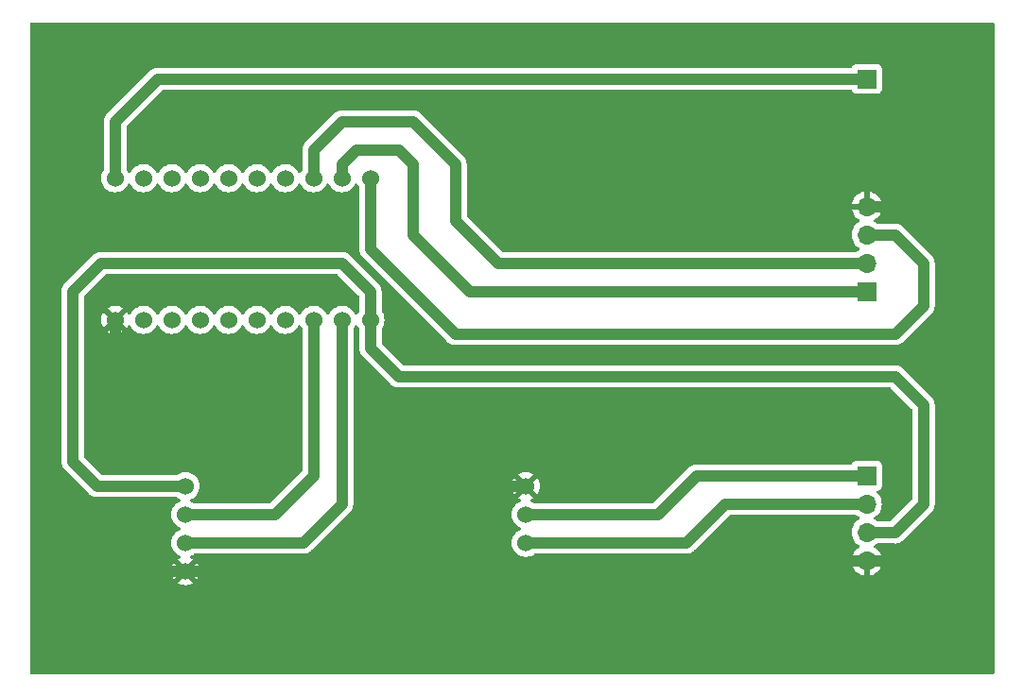
<source format=gbr>
%TF.GenerationSoftware,KiCad,Pcbnew,(7.0.0)*%
%TF.CreationDate,2023-03-22T11:51:58+01:00*%
%TF.ProjectId,ttl-to-rs485-proto,74746c2d-746f-42d7-9273-3438352d7072,rev?*%
%TF.SameCoordinates,Original*%
%TF.FileFunction,Copper,L1,Top*%
%TF.FilePolarity,Positive*%
%FSLAX46Y46*%
G04 Gerber Fmt 4.6, Leading zero omitted, Abs format (unit mm)*
G04 Created by KiCad (PCBNEW (7.0.0)) date 2023-03-22 11:51:58*
%MOMM*%
%LPD*%
G01*
G04 APERTURE LIST*
%TA.AperFunction,ComponentPad*%
%ADD10C,1.524000*%
%TD*%
%TA.AperFunction,ComponentPad*%
%ADD11R,1.700000X1.700000*%
%TD*%
%TA.AperFunction,ComponentPad*%
%ADD12O,1.700000X1.700000*%
%TD*%
%TA.AperFunction,Conductor*%
%ADD13C,1.000000*%
%TD*%
G04 APERTURE END LIST*
D10*
%TO.P,U2,1,VCC*%
%TO.N,/5V*%
X110435000Y-94915000D03*
%TO.P,U2,2,RX*%
%TO.N,/TX - RS485*%
X110435000Y-97455000D03*
%TO.P,U2,3,TX*%
%TO.N,/RX - RS485*%
X110435000Y-99995000D03*
%TO.P,U2,4,GND*%
%TO.N,/GND*%
X110435000Y-102535000D03*
%TO.P,U2,5,A*%
%TO.N,/A*%
X140915000Y-99995000D03*
%TO.P,U2,6,B*%
%TO.N,/B*%
X140915000Y-97455000D03*
%TO.P,U2,7,GND*%
%TO.N,/GND*%
X140915000Y-94915000D03*
%TD*%
D11*
%TO.P,J3,1,Pin_1*%
%TO.N,/OUT_ENABLE*%
X171449999Y-58419999D03*
%TD*%
D10*
%TO.P,U1,1,VA*%
%TO.N,/3.3V*%
X127000000Y-67310000D03*
%TO.P,U1,2,A1*%
%TO.N,/TX - TTL*%
X124460000Y-67310000D03*
%TO.P,U1,3,A2*%
%TO.N,/RX - TTL*%
X121920000Y-67310000D03*
%TO.P,U1,4,A3*%
%TO.N,unconnected-(U1-A3-Pad4)*%
X119380000Y-67310000D03*
%TO.P,U1,5,A4*%
%TO.N,unconnected-(U1-A4-Pad5)*%
X116840000Y-67310000D03*
%TO.P,U1,6,A5*%
%TO.N,unconnected-(U1-A5-Pad6)*%
X114300000Y-67310000D03*
%TO.P,U1,7,A6*%
%TO.N,unconnected-(U1-A6-Pad7)*%
X111760000Y-67310000D03*
%TO.P,U1,8,A7*%
%TO.N,unconnected-(U1-A7-Pad8)*%
X109220000Y-67310000D03*
%TO.P,U1,9,A8*%
%TO.N,unconnected-(U1-A8-Pad9)*%
X106680000Y-67310000D03*
%TO.P,U1,10,OE*%
%TO.N,/OUT_ENABLE*%
X104140000Y-67310000D03*
%TO.P,U1,11,VB*%
%TO.N,/5V*%
X127000000Y-80010000D03*
%TO.P,U1,12,B1*%
%TO.N,/RX - RS485*%
X124460000Y-80010000D03*
%TO.P,U1,13,B2*%
%TO.N,/TX - RS485*%
X121920000Y-80010000D03*
%TO.P,U1,14,B3*%
%TO.N,unconnected-(U1-B3-Pad14)*%
X119380000Y-80010000D03*
%TO.P,U1,15,B4*%
%TO.N,unconnected-(U1-B4-Pad15)*%
X116840000Y-80010000D03*
%TO.P,U1,16,B5*%
%TO.N,unconnected-(U1-B5-Pad16)*%
X114300000Y-80010000D03*
%TO.P,U1,17,B6*%
%TO.N,unconnected-(U1-B6-Pad17)*%
X111760000Y-80010000D03*
%TO.P,U1,18,B7*%
%TO.N,unconnected-(U1-B7-Pad18)*%
X109220000Y-80010000D03*
%TO.P,U1,19,B8*%
%TO.N,unconnected-(U1-B8-Pad19)*%
X106680000Y-80010000D03*
%TO.P,U1,20,GND*%
%TO.N,/GND*%
X104140000Y-80010000D03*
%TD*%
D11*
%TO.P,J2,1,Pin_1*%
%TO.N,/TX - TTL*%
X171449999Y-77469999D03*
D12*
%TO.P,J2,2,Pin_2*%
%TO.N,/RX - TTL*%
X171449999Y-74929999D03*
%TO.P,J2,3,Pin_3*%
%TO.N,/3.3V*%
X171449999Y-72389999D03*
%TO.P,J2,4,Pin_4*%
%TO.N,/GND*%
X171449999Y-69849999D03*
%TD*%
D11*
%TO.P,J1,1,Pin_1*%
%TO.N,/B*%
X171449999Y-93989999D03*
D12*
%TO.P,J1,2,Pin_2*%
%TO.N,/A*%
X171449999Y-96529999D03*
%TO.P,J1,3,Pin_3*%
%TO.N,/5V*%
X171449999Y-99069999D03*
%TO.P,J1,4,Pin_4*%
%TO.N,/GND*%
X171449999Y-101609999D03*
%TD*%
D13*
%TO.N,/GND*%
X104140000Y-101600000D02*
X104140000Y-97790000D01*
X110435000Y-102535000D02*
X105075000Y-102535000D01*
X105075000Y-102535000D02*
X104140000Y-101600000D01*
X104140000Y-80010000D02*
X104140000Y-91440000D01*
%TO.N,/5V*%
X127000000Y-77470000D02*
X127000000Y-80010000D01*
X124460000Y-74930000D02*
X127000000Y-77470000D01*
X100330000Y-77470000D02*
X102870000Y-74930000D01*
X102535000Y-94915000D02*
X100330000Y-92710000D01*
X100330000Y-92710000D02*
X100330000Y-77470000D01*
X102870000Y-74930000D02*
X124460000Y-74930000D01*
X110435000Y-94915000D02*
X102535000Y-94915000D01*
%TO.N,/GND*%
X127670000Y-105410000D02*
X124795000Y-102535000D01*
X154940000Y-105410000D02*
X127670000Y-105410000D01*
X171450000Y-101610000D02*
X158740000Y-101610000D01*
X158740000Y-101610000D02*
X154940000Y-105410000D01*
%TO.N,/B*%
X152735000Y-97455000D02*
X140915000Y-97455000D01*
X156200000Y-93990000D02*
X152735000Y-97455000D01*
X171450000Y-93990000D02*
X156200000Y-93990000D01*
%TO.N,/A*%
X171450000Y-96530000D02*
X158740000Y-96530000D01*
X158740000Y-96530000D02*
X155275000Y-99995000D01*
X155275000Y-99995000D02*
X140915000Y-99995000D01*
%TO.N,/5V*%
X173980000Y-99070000D02*
X171450000Y-99070000D01*
X176530000Y-96520000D02*
X173980000Y-99070000D01*
X176530000Y-87630000D02*
X176530000Y-96520000D01*
X173990000Y-85090000D02*
X176530000Y-87630000D01*
X129540000Y-85090000D02*
X173990000Y-85090000D01*
X127000000Y-82550000D02*
X129540000Y-85090000D01*
X127000000Y-80010000D02*
X127000000Y-82550000D01*
%TO.N,/TX - RS485*%
X118445000Y-97455000D02*
X110435000Y-97455000D01*
X121920000Y-93980000D02*
X118445000Y-97455000D01*
X121920000Y-80010000D02*
X121920000Y-93980000D01*
%TO.N,/RX - RS485*%
X120985000Y-99995000D02*
X110435000Y-99995000D01*
X124460000Y-96520000D02*
X120985000Y-99995000D01*
X124460000Y-80010000D02*
X124460000Y-96520000D01*
%TO.N,/GND*%
X124795000Y-102535000D02*
X110435000Y-102535000D01*
X132415000Y-94915000D02*
X124795000Y-102535000D01*
X140915000Y-94915000D02*
X132415000Y-94915000D01*
X176520000Y-101610000D02*
X171450000Y-101610000D01*
X179070000Y-73660000D02*
X179070000Y-99060000D01*
X175260000Y-69850000D02*
X179070000Y-73660000D01*
X179070000Y-99060000D02*
X176520000Y-101610000D01*
X171450000Y-69850000D02*
X175260000Y-69850000D01*
%TO.N,/RX - TTL*%
X121920000Y-64770000D02*
X121920000Y-67310000D01*
X124460000Y-62230000D02*
X121920000Y-64770000D01*
X130810000Y-62230000D02*
X124460000Y-62230000D01*
X134620000Y-66040000D02*
X130810000Y-62230000D01*
X134620000Y-71120000D02*
X134620000Y-66040000D01*
X138430000Y-74930000D02*
X134620000Y-71120000D01*
X171450000Y-74930000D02*
X138430000Y-74930000D01*
%TO.N,/TX - TTL*%
X124460000Y-66040000D02*
X124460000Y-67310000D01*
X125730000Y-64770000D02*
X124460000Y-66040000D01*
X129540000Y-64770000D02*
X125730000Y-64770000D01*
X130810000Y-66040000D02*
X129540000Y-64770000D01*
X130810000Y-72390000D02*
X130810000Y-66040000D01*
X135890000Y-77470000D02*
X130810000Y-72390000D01*
X171450000Y-77470000D02*
X135890000Y-77470000D01*
%TO.N,/3.3V*%
X127000000Y-73660000D02*
X127000000Y-67310000D01*
X176530000Y-78740000D02*
X173990000Y-81280000D01*
X176530000Y-74930000D02*
X176530000Y-78740000D01*
X134620000Y-81280000D02*
X127000000Y-73660000D01*
X173990000Y-81280000D02*
X134620000Y-81280000D01*
X173990000Y-72390000D02*
X176530000Y-74930000D01*
X171450000Y-72390000D02*
X173990000Y-72390000D01*
%TO.N,/OUT_ENABLE*%
X104140000Y-62230000D02*
X104140000Y-67310000D01*
X107950000Y-58420000D02*
X104140000Y-62230000D01*
X171450000Y-58420000D02*
X107950000Y-58420000D01*
%TD*%
%TA.AperFunction,Conductor*%
%TO.N,/GND*%
G36*
X124041670Y-75939939D02*
G01*
X124081898Y-75966819D01*
X125963181Y-77848102D01*
X125990061Y-77888330D01*
X125999500Y-77935783D01*
X125999500Y-79198662D01*
X125993761Y-79235949D01*
X125977075Y-79269785D01*
X125905574Y-79371899D01*
X125905569Y-79371906D01*
X125902466Y-79376339D01*
X125900178Y-79381245D01*
X125900176Y-79381249D01*
X125842382Y-79505189D01*
X125796625Y-79557365D01*
X125730000Y-79576784D01*
X125663375Y-79557365D01*
X125617618Y-79505189D01*
X125566263Y-79395059D01*
X125557534Y-79376339D01*
X125430826Y-79195380D01*
X125274620Y-79039174D01*
X125194794Y-78983279D01*
X125098096Y-78915570D01*
X125098090Y-78915566D01*
X125093662Y-78912466D01*
X125088757Y-78910178D01*
X125088754Y-78910177D01*
X124928506Y-78835453D01*
X124893450Y-78819106D01*
X124888235Y-78817708D01*
X124888228Y-78817706D01*
X124685300Y-78763331D01*
X124685289Y-78763329D01*
X124680068Y-78761930D01*
X124674676Y-78761458D01*
X124674669Y-78761457D01*
X124465395Y-78743149D01*
X124460000Y-78742677D01*
X124454605Y-78743149D01*
X124245330Y-78761457D01*
X124245321Y-78761458D01*
X124239932Y-78761930D01*
X124234711Y-78763328D01*
X124234699Y-78763331D01*
X124031777Y-78817705D01*
X124031772Y-78817706D01*
X124026550Y-78819106D01*
X124021654Y-78821388D01*
X124021643Y-78821393D01*
X123831249Y-78910176D01*
X123831245Y-78910178D01*
X123826339Y-78912466D01*
X123821906Y-78915569D01*
X123821899Y-78915574D01*
X123649815Y-79036068D01*
X123649810Y-79036071D01*
X123645380Y-79039174D01*
X123641556Y-79042997D01*
X123641550Y-79043003D01*
X123493003Y-79191550D01*
X123492997Y-79191556D01*
X123489174Y-79195380D01*
X123486071Y-79199810D01*
X123486068Y-79199815D01*
X123365574Y-79371899D01*
X123365569Y-79371906D01*
X123362466Y-79376339D01*
X123360178Y-79381245D01*
X123360176Y-79381249D01*
X123302382Y-79505189D01*
X123256625Y-79557365D01*
X123190000Y-79576784D01*
X123123375Y-79557365D01*
X123077618Y-79505189D01*
X123026263Y-79395059D01*
X123017534Y-79376339D01*
X122890826Y-79195380D01*
X122734620Y-79039174D01*
X122654794Y-78983279D01*
X122558096Y-78915570D01*
X122558090Y-78915566D01*
X122553662Y-78912466D01*
X122548757Y-78910178D01*
X122548754Y-78910177D01*
X122388506Y-78835453D01*
X122353450Y-78819106D01*
X122348235Y-78817708D01*
X122348228Y-78817706D01*
X122145300Y-78763331D01*
X122145289Y-78763329D01*
X122140068Y-78761930D01*
X122134676Y-78761458D01*
X122134669Y-78761457D01*
X121925395Y-78743149D01*
X121920000Y-78742677D01*
X121914605Y-78743149D01*
X121705330Y-78761457D01*
X121705321Y-78761458D01*
X121699932Y-78761930D01*
X121694711Y-78763328D01*
X121694699Y-78763331D01*
X121491777Y-78817705D01*
X121491772Y-78817706D01*
X121486550Y-78819106D01*
X121481654Y-78821388D01*
X121481643Y-78821393D01*
X121291249Y-78910176D01*
X121291245Y-78910178D01*
X121286339Y-78912466D01*
X121281906Y-78915569D01*
X121281899Y-78915574D01*
X121109815Y-79036068D01*
X121109810Y-79036071D01*
X121105380Y-79039174D01*
X121101556Y-79042997D01*
X121101550Y-79043003D01*
X120953003Y-79191550D01*
X120952997Y-79191556D01*
X120949174Y-79195380D01*
X120946071Y-79199810D01*
X120946068Y-79199815D01*
X120825574Y-79371899D01*
X120825569Y-79371906D01*
X120822466Y-79376339D01*
X120820178Y-79381245D01*
X120820176Y-79381249D01*
X120762382Y-79505189D01*
X120716625Y-79557365D01*
X120650000Y-79576784D01*
X120583375Y-79557365D01*
X120537618Y-79505189D01*
X120486263Y-79395059D01*
X120477534Y-79376339D01*
X120350826Y-79195380D01*
X120194620Y-79039174D01*
X120114794Y-78983279D01*
X120018096Y-78915570D01*
X120018090Y-78915566D01*
X120013662Y-78912466D01*
X120008757Y-78910178D01*
X120008754Y-78910177D01*
X119848506Y-78835453D01*
X119813450Y-78819106D01*
X119808235Y-78817708D01*
X119808228Y-78817706D01*
X119605300Y-78763331D01*
X119605289Y-78763329D01*
X119600068Y-78761930D01*
X119594676Y-78761458D01*
X119594669Y-78761457D01*
X119385395Y-78743149D01*
X119380000Y-78742677D01*
X119374605Y-78743149D01*
X119165330Y-78761457D01*
X119165321Y-78761458D01*
X119159932Y-78761930D01*
X119154711Y-78763328D01*
X119154699Y-78763331D01*
X118951777Y-78817705D01*
X118951772Y-78817706D01*
X118946550Y-78819106D01*
X118941654Y-78821388D01*
X118941643Y-78821393D01*
X118751249Y-78910176D01*
X118751245Y-78910178D01*
X118746339Y-78912466D01*
X118741906Y-78915569D01*
X118741899Y-78915574D01*
X118569815Y-79036068D01*
X118569810Y-79036071D01*
X118565380Y-79039174D01*
X118561556Y-79042997D01*
X118561550Y-79043003D01*
X118413003Y-79191550D01*
X118412997Y-79191556D01*
X118409174Y-79195380D01*
X118406071Y-79199810D01*
X118406068Y-79199815D01*
X118285574Y-79371899D01*
X118285569Y-79371906D01*
X118282466Y-79376339D01*
X118280178Y-79381245D01*
X118280176Y-79381249D01*
X118222382Y-79505189D01*
X118176625Y-79557365D01*
X118110000Y-79576784D01*
X118043375Y-79557365D01*
X117997618Y-79505189D01*
X117946263Y-79395059D01*
X117937534Y-79376339D01*
X117810826Y-79195380D01*
X117654620Y-79039174D01*
X117574794Y-78983279D01*
X117478096Y-78915570D01*
X117478090Y-78915566D01*
X117473662Y-78912466D01*
X117468757Y-78910178D01*
X117468754Y-78910177D01*
X117308506Y-78835453D01*
X117273450Y-78819106D01*
X117268235Y-78817708D01*
X117268228Y-78817706D01*
X117065300Y-78763331D01*
X117065289Y-78763329D01*
X117060068Y-78761930D01*
X117054676Y-78761458D01*
X117054669Y-78761457D01*
X116845395Y-78743149D01*
X116840000Y-78742677D01*
X116834605Y-78743149D01*
X116625330Y-78761457D01*
X116625321Y-78761458D01*
X116619932Y-78761930D01*
X116614711Y-78763328D01*
X116614699Y-78763331D01*
X116411777Y-78817705D01*
X116411772Y-78817706D01*
X116406550Y-78819106D01*
X116401654Y-78821388D01*
X116401643Y-78821393D01*
X116211249Y-78910176D01*
X116211245Y-78910178D01*
X116206339Y-78912466D01*
X116201906Y-78915569D01*
X116201899Y-78915574D01*
X116029815Y-79036068D01*
X116029810Y-79036071D01*
X116025380Y-79039174D01*
X116021556Y-79042997D01*
X116021550Y-79043003D01*
X115873003Y-79191550D01*
X115872997Y-79191556D01*
X115869174Y-79195380D01*
X115866071Y-79199810D01*
X115866068Y-79199815D01*
X115745574Y-79371899D01*
X115745569Y-79371906D01*
X115742466Y-79376339D01*
X115740178Y-79381245D01*
X115740176Y-79381249D01*
X115682382Y-79505189D01*
X115636625Y-79557365D01*
X115570000Y-79576784D01*
X115503375Y-79557365D01*
X115457618Y-79505189D01*
X115406263Y-79395059D01*
X115397534Y-79376339D01*
X115270826Y-79195380D01*
X115114620Y-79039174D01*
X115034794Y-78983279D01*
X114938096Y-78915570D01*
X114938090Y-78915566D01*
X114933662Y-78912466D01*
X114928757Y-78910178D01*
X114928754Y-78910177D01*
X114768506Y-78835453D01*
X114733450Y-78819106D01*
X114728235Y-78817708D01*
X114728228Y-78817706D01*
X114525300Y-78763331D01*
X114525289Y-78763329D01*
X114520068Y-78761930D01*
X114514676Y-78761458D01*
X114514669Y-78761457D01*
X114305395Y-78743149D01*
X114300000Y-78742677D01*
X114294605Y-78743149D01*
X114085330Y-78761457D01*
X114085321Y-78761458D01*
X114079932Y-78761930D01*
X114074711Y-78763328D01*
X114074699Y-78763331D01*
X113871777Y-78817705D01*
X113871772Y-78817706D01*
X113866550Y-78819106D01*
X113861654Y-78821388D01*
X113861643Y-78821393D01*
X113671249Y-78910176D01*
X113671245Y-78910178D01*
X113666339Y-78912466D01*
X113661906Y-78915569D01*
X113661899Y-78915574D01*
X113489815Y-79036068D01*
X113489810Y-79036071D01*
X113485380Y-79039174D01*
X113481556Y-79042997D01*
X113481550Y-79043003D01*
X113333003Y-79191550D01*
X113332997Y-79191556D01*
X113329174Y-79195380D01*
X113326071Y-79199810D01*
X113326068Y-79199815D01*
X113205574Y-79371899D01*
X113205569Y-79371906D01*
X113202466Y-79376339D01*
X113200178Y-79381245D01*
X113200176Y-79381249D01*
X113142382Y-79505189D01*
X113096625Y-79557365D01*
X113030000Y-79576784D01*
X112963375Y-79557365D01*
X112917618Y-79505189D01*
X112866263Y-79395059D01*
X112857534Y-79376339D01*
X112730826Y-79195380D01*
X112574620Y-79039174D01*
X112494794Y-78983279D01*
X112398096Y-78915570D01*
X112398090Y-78915566D01*
X112393662Y-78912466D01*
X112388757Y-78910178D01*
X112388754Y-78910177D01*
X112228506Y-78835453D01*
X112193450Y-78819106D01*
X112188235Y-78817708D01*
X112188228Y-78817706D01*
X111985300Y-78763331D01*
X111985289Y-78763329D01*
X111980068Y-78761930D01*
X111974676Y-78761458D01*
X111974669Y-78761457D01*
X111765395Y-78743149D01*
X111760000Y-78742677D01*
X111754605Y-78743149D01*
X111545330Y-78761457D01*
X111545321Y-78761458D01*
X111539932Y-78761930D01*
X111534711Y-78763328D01*
X111534699Y-78763331D01*
X111331777Y-78817705D01*
X111331772Y-78817706D01*
X111326550Y-78819106D01*
X111321654Y-78821388D01*
X111321643Y-78821393D01*
X111131249Y-78910176D01*
X111131245Y-78910178D01*
X111126339Y-78912466D01*
X111121906Y-78915569D01*
X111121899Y-78915574D01*
X110949815Y-79036068D01*
X110949810Y-79036071D01*
X110945380Y-79039174D01*
X110941556Y-79042997D01*
X110941550Y-79043003D01*
X110793003Y-79191550D01*
X110792997Y-79191556D01*
X110789174Y-79195380D01*
X110786071Y-79199810D01*
X110786068Y-79199815D01*
X110665574Y-79371899D01*
X110665569Y-79371906D01*
X110662466Y-79376339D01*
X110660178Y-79381245D01*
X110660176Y-79381249D01*
X110602382Y-79505189D01*
X110556625Y-79557365D01*
X110490000Y-79576784D01*
X110423375Y-79557365D01*
X110377618Y-79505189D01*
X110326263Y-79395059D01*
X110317534Y-79376339D01*
X110190826Y-79195380D01*
X110034620Y-79039174D01*
X109954794Y-78983279D01*
X109858096Y-78915570D01*
X109858090Y-78915566D01*
X109853662Y-78912466D01*
X109848757Y-78910178D01*
X109848754Y-78910177D01*
X109688506Y-78835453D01*
X109653450Y-78819106D01*
X109648235Y-78817708D01*
X109648228Y-78817706D01*
X109445300Y-78763331D01*
X109445289Y-78763329D01*
X109440068Y-78761930D01*
X109434676Y-78761458D01*
X109434669Y-78761457D01*
X109225395Y-78743149D01*
X109220000Y-78742677D01*
X109214605Y-78743149D01*
X109005330Y-78761457D01*
X109005321Y-78761458D01*
X108999932Y-78761930D01*
X108994711Y-78763328D01*
X108994699Y-78763331D01*
X108791777Y-78817705D01*
X108791772Y-78817706D01*
X108786550Y-78819106D01*
X108781654Y-78821388D01*
X108781643Y-78821393D01*
X108591249Y-78910176D01*
X108591245Y-78910178D01*
X108586339Y-78912466D01*
X108581906Y-78915569D01*
X108581899Y-78915574D01*
X108409815Y-79036068D01*
X108409810Y-79036071D01*
X108405380Y-79039174D01*
X108401556Y-79042997D01*
X108401550Y-79043003D01*
X108253003Y-79191550D01*
X108252997Y-79191556D01*
X108249174Y-79195380D01*
X108246071Y-79199810D01*
X108246068Y-79199815D01*
X108125574Y-79371899D01*
X108125569Y-79371906D01*
X108122466Y-79376339D01*
X108120178Y-79381245D01*
X108120176Y-79381249D01*
X108062382Y-79505189D01*
X108016625Y-79557365D01*
X107950000Y-79576784D01*
X107883375Y-79557365D01*
X107837618Y-79505189D01*
X107786263Y-79395059D01*
X107777534Y-79376339D01*
X107650826Y-79195380D01*
X107494620Y-79039174D01*
X107414794Y-78983279D01*
X107318096Y-78915570D01*
X107318090Y-78915566D01*
X107313662Y-78912466D01*
X107308757Y-78910178D01*
X107308754Y-78910177D01*
X107148506Y-78835453D01*
X107113450Y-78819106D01*
X107108235Y-78817708D01*
X107108228Y-78817706D01*
X106905300Y-78763331D01*
X106905289Y-78763329D01*
X106900068Y-78761930D01*
X106894676Y-78761458D01*
X106894669Y-78761457D01*
X106685395Y-78743149D01*
X106680000Y-78742677D01*
X106674605Y-78743149D01*
X106465330Y-78761457D01*
X106465321Y-78761458D01*
X106459932Y-78761930D01*
X106454711Y-78763328D01*
X106454699Y-78763331D01*
X106251777Y-78817705D01*
X106251772Y-78817706D01*
X106246550Y-78819106D01*
X106241654Y-78821388D01*
X106241643Y-78821393D01*
X106051249Y-78910176D01*
X106051245Y-78910178D01*
X106046339Y-78912466D01*
X106041906Y-78915569D01*
X106041899Y-78915574D01*
X105869815Y-79036068D01*
X105869810Y-79036071D01*
X105865380Y-79039174D01*
X105861556Y-79042997D01*
X105861550Y-79043003D01*
X105713003Y-79191550D01*
X105712997Y-79191556D01*
X105709174Y-79195380D01*
X105706071Y-79199810D01*
X105706068Y-79199815D01*
X105585574Y-79371899D01*
X105585569Y-79371906D01*
X105582466Y-79376339D01*
X105580179Y-79381242D01*
X105580178Y-79381245D01*
X105522105Y-79505782D01*
X105476347Y-79557957D01*
X105409722Y-79577376D01*
X105343097Y-79557956D01*
X105297341Y-79505780D01*
X105239391Y-79381504D01*
X105233990Y-79372150D01*
X105199529Y-79322935D01*
X105191418Y-79315502D01*
X105182139Y-79321413D01*
X104505095Y-79998457D01*
X104498431Y-80010000D01*
X104505095Y-80021542D01*
X105182136Y-80698582D01*
X105191419Y-80704496D01*
X105199528Y-80697064D01*
X105233989Y-80647851D01*
X105239388Y-80638499D01*
X105297340Y-80514219D01*
X105343097Y-80462042D01*
X105409722Y-80442622D01*
X105476348Y-80462041D01*
X105522105Y-80514217D01*
X105582466Y-80643662D01*
X105585566Y-80648090D01*
X105585570Y-80648096D01*
X105619858Y-80697064D01*
X105709174Y-80824620D01*
X105865380Y-80980826D01*
X105955859Y-81044180D01*
X106041903Y-81104429D01*
X106041906Y-81104430D01*
X106046338Y-81107534D01*
X106246550Y-81200894D01*
X106251770Y-81202292D01*
X106251771Y-81202293D01*
X106454699Y-81256668D01*
X106454701Y-81256668D01*
X106459932Y-81258070D01*
X106680000Y-81277323D01*
X106900068Y-81258070D01*
X107113450Y-81200894D01*
X107313662Y-81107534D01*
X107494620Y-80980826D01*
X107650826Y-80824620D01*
X107777534Y-80643662D01*
X107837618Y-80514808D01*
X107883375Y-80462634D01*
X107950000Y-80443214D01*
X108016625Y-80462634D01*
X108062381Y-80514808D01*
X108122466Y-80643662D01*
X108125566Y-80648090D01*
X108125570Y-80648096D01*
X108159858Y-80697064D01*
X108249174Y-80824620D01*
X108405380Y-80980826D01*
X108495859Y-81044180D01*
X108581903Y-81104429D01*
X108581906Y-81104430D01*
X108586338Y-81107534D01*
X108786550Y-81200894D01*
X108791770Y-81202292D01*
X108791771Y-81202293D01*
X108994699Y-81256668D01*
X108994701Y-81256668D01*
X108999932Y-81258070D01*
X109220000Y-81277323D01*
X109440068Y-81258070D01*
X109653450Y-81200894D01*
X109853662Y-81107534D01*
X110034620Y-80980826D01*
X110190826Y-80824620D01*
X110317534Y-80643662D01*
X110377618Y-80514808D01*
X110423375Y-80462634D01*
X110490000Y-80443214D01*
X110556625Y-80462634D01*
X110602381Y-80514808D01*
X110662466Y-80643662D01*
X110665566Y-80648090D01*
X110665570Y-80648096D01*
X110699858Y-80697064D01*
X110789174Y-80824620D01*
X110945380Y-80980826D01*
X111035859Y-81044180D01*
X111121903Y-81104429D01*
X111121906Y-81104430D01*
X111126338Y-81107534D01*
X111326550Y-81200894D01*
X111331770Y-81202292D01*
X111331771Y-81202293D01*
X111534699Y-81256668D01*
X111534701Y-81256668D01*
X111539932Y-81258070D01*
X111760000Y-81277323D01*
X111980068Y-81258070D01*
X112193450Y-81200894D01*
X112393662Y-81107534D01*
X112574620Y-80980826D01*
X112730826Y-80824620D01*
X112857534Y-80643662D01*
X112917618Y-80514808D01*
X112963375Y-80462634D01*
X113030000Y-80443214D01*
X113096625Y-80462634D01*
X113142381Y-80514808D01*
X113202466Y-80643662D01*
X113205566Y-80648090D01*
X113205570Y-80648096D01*
X113239858Y-80697064D01*
X113329174Y-80824620D01*
X113485380Y-80980826D01*
X113575859Y-81044180D01*
X113661903Y-81104429D01*
X113661906Y-81104430D01*
X113666338Y-81107534D01*
X113866550Y-81200894D01*
X113871770Y-81202292D01*
X113871771Y-81202293D01*
X114074699Y-81256668D01*
X114074701Y-81256668D01*
X114079932Y-81258070D01*
X114300000Y-81277323D01*
X114520068Y-81258070D01*
X114733450Y-81200894D01*
X114933662Y-81107534D01*
X115114620Y-80980826D01*
X115270826Y-80824620D01*
X115397534Y-80643662D01*
X115457618Y-80514808D01*
X115503375Y-80462634D01*
X115570000Y-80443214D01*
X115636625Y-80462634D01*
X115682381Y-80514808D01*
X115742466Y-80643662D01*
X115745566Y-80648090D01*
X115745570Y-80648096D01*
X115779858Y-80697064D01*
X115869174Y-80824620D01*
X116025380Y-80980826D01*
X116115859Y-81044180D01*
X116201903Y-81104429D01*
X116201906Y-81104430D01*
X116206338Y-81107534D01*
X116406550Y-81200894D01*
X116411770Y-81202292D01*
X116411771Y-81202293D01*
X116614699Y-81256668D01*
X116614701Y-81256668D01*
X116619932Y-81258070D01*
X116840000Y-81277323D01*
X117060068Y-81258070D01*
X117273450Y-81200894D01*
X117473662Y-81107534D01*
X117654620Y-80980826D01*
X117810826Y-80824620D01*
X117937534Y-80643662D01*
X117997618Y-80514808D01*
X118043375Y-80462634D01*
X118110000Y-80443214D01*
X118176625Y-80462634D01*
X118222381Y-80514808D01*
X118282466Y-80643662D01*
X118285566Y-80648090D01*
X118285570Y-80648096D01*
X118319858Y-80697064D01*
X118409174Y-80824620D01*
X118565380Y-80980826D01*
X118655859Y-81044180D01*
X118741903Y-81104429D01*
X118741906Y-81104430D01*
X118746338Y-81107534D01*
X118946550Y-81200894D01*
X118951770Y-81202292D01*
X118951771Y-81202293D01*
X119154699Y-81256668D01*
X119154701Y-81256668D01*
X119159932Y-81258070D01*
X119380000Y-81277323D01*
X119600068Y-81258070D01*
X119813450Y-81200894D01*
X120013662Y-81107534D01*
X120194620Y-80980826D01*
X120350826Y-80824620D01*
X120477534Y-80643662D01*
X120537618Y-80514808D01*
X120583375Y-80462634D01*
X120650000Y-80443214D01*
X120716625Y-80462634D01*
X120762381Y-80514808D01*
X120822466Y-80643662D01*
X120825566Y-80648090D01*
X120825570Y-80648096D01*
X120897075Y-80750215D01*
X120913761Y-80784051D01*
X120919500Y-80821338D01*
X120919500Y-93514217D01*
X120910061Y-93561670D01*
X120883181Y-93601898D01*
X118066899Y-96418181D01*
X118026671Y-96445061D01*
X117979218Y-96454500D01*
X111246338Y-96454500D01*
X111209051Y-96448761D01*
X111175215Y-96432075D01*
X111073096Y-96360570D01*
X111073090Y-96360566D01*
X111068662Y-96357466D01*
X111063760Y-96355180D01*
X111063758Y-96355179D01*
X110939809Y-96297381D01*
X110887633Y-96251624D01*
X110868214Y-96184998D01*
X110887634Y-96118373D01*
X110939806Y-96072620D01*
X111068662Y-96012534D01*
X111249620Y-95885826D01*
X111405826Y-95729620D01*
X111532534Y-95548662D01*
X111625894Y-95348450D01*
X111683070Y-95135068D01*
X111702323Y-94915000D01*
X111683070Y-94694932D01*
X111625894Y-94481550D01*
X111619598Y-94468049D01*
X111602950Y-94432347D01*
X111532534Y-94281339D01*
X111405826Y-94100380D01*
X111249620Y-93944174D01*
X111175215Y-93892075D01*
X111073096Y-93820570D01*
X111073090Y-93820566D01*
X111068662Y-93817466D01*
X111063757Y-93815178D01*
X111063754Y-93815177D01*
X110932972Y-93754193D01*
X110868450Y-93724106D01*
X110863235Y-93722708D01*
X110863228Y-93722706D01*
X110660300Y-93668331D01*
X110660289Y-93668329D01*
X110655068Y-93666930D01*
X110649676Y-93666458D01*
X110649669Y-93666457D01*
X110440395Y-93648149D01*
X110435000Y-93647677D01*
X110429605Y-93648149D01*
X110220330Y-93666457D01*
X110220321Y-93666458D01*
X110214932Y-93666930D01*
X110209711Y-93668328D01*
X110209699Y-93668331D01*
X110006777Y-93722705D01*
X110006772Y-93722706D01*
X110001550Y-93724106D01*
X109996654Y-93726388D01*
X109996643Y-93726393D01*
X109806249Y-93815176D01*
X109806245Y-93815178D01*
X109801339Y-93817466D01*
X109796906Y-93820569D01*
X109796899Y-93820574D01*
X109694785Y-93892075D01*
X109660949Y-93908761D01*
X109623662Y-93914500D01*
X103000783Y-93914500D01*
X102953330Y-93905061D01*
X102913102Y-93878181D01*
X101366819Y-92331899D01*
X101339939Y-92291671D01*
X101330500Y-92244218D01*
X101330500Y-81061418D01*
X103445503Y-81061418D01*
X103452936Y-81069530D01*
X103502151Y-81103991D01*
X103511499Y-81109388D01*
X103701819Y-81198135D01*
X103711943Y-81201821D01*
X103914786Y-81256173D01*
X103925418Y-81258047D01*
X104134605Y-81276349D01*
X104145395Y-81276349D01*
X104354581Y-81258047D01*
X104365213Y-81256173D01*
X104568056Y-81201821D01*
X104578180Y-81198135D01*
X104768494Y-81109391D01*
X104777851Y-81103989D01*
X104827064Y-81069528D01*
X104834496Y-81061419D01*
X104828582Y-81052136D01*
X104151542Y-80375095D01*
X104140000Y-80368431D01*
X104128457Y-80375095D01*
X103451416Y-81052136D01*
X103445503Y-81061418D01*
X101330500Y-81061418D01*
X101330500Y-80015395D01*
X102873651Y-80015395D01*
X102891952Y-80224581D01*
X102893826Y-80235213D01*
X102948178Y-80438056D01*
X102951864Y-80448180D01*
X103040609Y-80638496D01*
X103046008Y-80647848D01*
X103080470Y-80697065D01*
X103088579Y-80704496D01*
X103097862Y-80698582D01*
X103774903Y-80021542D01*
X103781567Y-80009999D01*
X103774903Y-79998457D01*
X103097859Y-79321413D01*
X103088581Y-79315502D01*
X103080468Y-79322936D01*
X103046006Y-79372154D01*
X103040612Y-79381498D01*
X102951865Y-79571815D01*
X102948177Y-79581949D01*
X102893826Y-79784786D01*
X102891952Y-79795418D01*
X102873651Y-80004605D01*
X102873651Y-80015395D01*
X101330500Y-80015395D01*
X101330500Y-78958581D01*
X103445502Y-78958581D01*
X103451413Y-78967859D01*
X104128457Y-79644903D01*
X104140000Y-79651567D01*
X104151542Y-79644903D01*
X104828582Y-78967862D01*
X104834496Y-78958579D01*
X104827065Y-78950470D01*
X104777848Y-78916008D01*
X104768496Y-78910609D01*
X104578180Y-78821864D01*
X104568056Y-78818178D01*
X104365213Y-78763826D01*
X104354581Y-78761952D01*
X104145395Y-78743651D01*
X104134605Y-78743651D01*
X103925418Y-78761952D01*
X103914786Y-78763826D01*
X103711949Y-78818177D01*
X103701815Y-78821865D01*
X103511498Y-78910612D01*
X103502154Y-78916006D01*
X103452936Y-78950468D01*
X103445502Y-78958581D01*
X101330500Y-78958581D01*
X101330500Y-77935783D01*
X101339939Y-77888330D01*
X101366819Y-77848102D01*
X103248102Y-75966819D01*
X103288330Y-75939939D01*
X103335783Y-75930500D01*
X123994217Y-75930500D01*
X124041670Y-75939939D01*
G37*
%TD.AperFunction*%
%TA.AperFunction,Conductor*%
G36*
X182817500Y-53357113D02*
G01*
X182862887Y-53402500D01*
X182879500Y-53464500D01*
X182879500Y-111635500D01*
X182862887Y-111697500D01*
X182817500Y-111742887D01*
X182755500Y-111759500D01*
X96644500Y-111759500D01*
X96582500Y-111742887D01*
X96537113Y-111697500D01*
X96520500Y-111635500D01*
X96520500Y-103586418D01*
X109740503Y-103586418D01*
X109747936Y-103594530D01*
X109797151Y-103628991D01*
X109806499Y-103634388D01*
X109996819Y-103723135D01*
X110006943Y-103726821D01*
X110209786Y-103781173D01*
X110220418Y-103783047D01*
X110429605Y-103801349D01*
X110440395Y-103801349D01*
X110649581Y-103783047D01*
X110660213Y-103781173D01*
X110863056Y-103726821D01*
X110873180Y-103723135D01*
X111063494Y-103634391D01*
X111072851Y-103628989D01*
X111122064Y-103594528D01*
X111129496Y-103586419D01*
X111123582Y-103577136D01*
X110446542Y-102900095D01*
X110435000Y-102893431D01*
X110423457Y-102900095D01*
X109746416Y-103577136D01*
X109740503Y-103586418D01*
X96520500Y-103586418D01*
X96520500Y-102540395D01*
X109168651Y-102540395D01*
X109186952Y-102749581D01*
X109188826Y-102760213D01*
X109243178Y-102963056D01*
X109246864Y-102973180D01*
X109335609Y-103163496D01*
X109341008Y-103172848D01*
X109375470Y-103222065D01*
X109383579Y-103229496D01*
X109392862Y-103223582D01*
X110069903Y-102546542D01*
X110076567Y-102535000D01*
X110793431Y-102535000D01*
X110800095Y-102546542D01*
X111477136Y-103223582D01*
X111486419Y-103229496D01*
X111494528Y-103222064D01*
X111528989Y-103172851D01*
X111534391Y-103163494D01*
X111623135Y-102973180D01*
X111626821Y-102963056D01*
X111681173Y-102760213D01*
X111683047Y-102749581D01*
X111701349Y-102540395D01*
X111701349Y-102529605D01*
X111683047Y-102320418D01*
X111681173Y-102309786D01*
X111626822Y-102106949D01*
X111623134Y-102096815D01*
X111534388Y-101906500D01*
X111528990Y-101897150D01*
X111504763Y-101862551D01*
X170122688Y-101862551D01*
X170123056Y-101873780D01*
X170175168Y-102068263D01*
X170178856Y-102078397D01*
X170274113Y-102282676D01*
X170279501Y-102292008D01*
X170408784Y-102476643D01*
X170415721Y-102484909D01*
X170575090Y-102644278D01*
X170583356Y-102651215D01*
X170767991Y-102780498D01*
X170777323Y-102785886D01*
X170981602Y-102881143D01*
X170991736Y-102884831D01*
X171186219Y-102936943D01*
X171197448Y-102937311D01*
X171200000Y-102926369D01*
X171700000Y-102926369D01*
X171702551Y-102937311D01*
X171713780Y-102936943D01*
X171908263Y-102884831D01*
X171918397Y-102881143D01*
X172122676Y-102785886D01*
X172132008Y-102780498D01*
X172316643Y-102651215D01*
X172324909Y-102644278D01*
X172484278Y-102484909D01*
X172491215Y-102476643D01*
X172620498Y-102292008D01*
X172625886Y-102282676D01*
X172721143Y-102078397D01*
X172724831Y-102068263D01*
X172776943Y-101873780D01*
X172777311Y-101862551D01*
X172766369Y-101860000D01*
X171716326Y-101860000D01*
X171703450Y-101863450D01*
X171700000Y-101876326D01*
X171700000Y-102926369D01*
X171200000Y-102926369D01*
X171200000Y-101876326D01*
X171196549Y-101863450D01*
X171183674Y-101860000D01*
X170133631Y-101860000D01*
X170122688Y-101862551D01*
X111504763Y-101862551D01*
X111494529Y-101847935D01*
X111486418Y-101840502D01*
X111477139Y-101846413D01*
X110800095Y-102523457D01*
X110793431Y-102535000D01*
X110076567Y-102535000D01*
X110069903Y-102523457D01*
X109392859Y-101846413D01*
X109383581Y-101840502D01*
X109375468Y-101847936D01*
X109341006Y-101897154D01*
X109335612Y-101906498D01*
X109246865Y-102096815D01*
X109243177Y-102106949D01*
X109188826Y-102309786D01*
X109186952Y-102320418D01*
X109168651Y-102529605D01*
X109168651Y-102540395D01*
X96520500Y-102540395D01*
X96520500Y-77495476D01*
X99324663Y-77495476D01*
X99325456Y-77501709D01*
X99325457Y-77501715D01*
X99328506Y-77525651D01*
X99329500Y-77541317D01*
X99329500Y-92695722D01*
X99329460Y-92698863D01*
X99327477Y-92777141D01*
X99327243Y-92786363D01*
X99328351Y-92792548D01*
X99328352Y-92792554D01*
X99337648Y-92844420D01*
X99338957Y-92853748D01*
X99344289Y-92906180D01*
X99344290Y-92906185D01*
X99344926Y-92912438D01*
X99346807Y-92918435D01*
X99346810Y-92918447D01*
X99354032Y-92941466D01*
X99357772Y-92956702D01*
X99362031Y-92980464D01*
X99362035Y-92980478D01*
X99363142Y-92986653D01*
X99375019Y-93016387D01*
X99385020Y-93041425D01*
X99388179Y-93050298D01*
X99398886Y-93084421D01*
X99405841Y-93106588D01*
X99419438Y-93131086D01*
X99420603Y-93133184D01*
X99427337Y-93147363D01*
X99436290Y-93169778D01*
X99436292Y-93169783D01*
X99438623Y-93175617D01*
X99442082Y-93180866D01*
X99442085Y-93180871D01*
X99471080Y-93224867D01*
X99475961Y-93232923D01*
X99501536Y-93278999D01*
X99501538Y-93279002D01*
X99504591Y-93284502D01*
X99524404Y-93307581D01*
X99533855Y-93320116D01*
X99547133Y-93340263D01*
X99547138Y-93340269D01*
X99550598Y-93345519D01*
X99555044Y-93349965D01*
X99555045Y-93349966D01*
X99592300Y-93387221D01*
X99598705Y-93394131D01*
X99633041Y-93434128D01*
X99633044Y-93434131D01*
X99637134Y-93438895D01*
X99642103Y-93442742D01*
X99642106Y-93442744D01*
X99661192Y-93457518D01*
X99672972Y-93467893D01*
X101817432Y-95612352D01*
X101819625Y-95614601D01*
X101879941Y-95678053D01*
X101885100Y-95681644D01*
X101885104Y-95681647D01*
X101928362Y-95711755D01*
X101935871Y-95717416D01*
X101981593Y-95754698D01*
X101987171Y-95757611D01*
X101987170Y-95757611D01*
X102008556Y-95768782D01*
X102021980Y-95776915D01*
X102046951Y-95794295D01*
X102101163Y-95817559D01*
X102109675Y-95821602D01*
X102131571Y-95833040D01*
X102161951Y-95848909D01*
X102191199Y-95857277D01*
X102205975Y-95862538D01*
X102233942Y-95874540D01*
X102291718Y-95886413D01*
X102300866Y-95888658D01*
X102357582Y-95904887D01*
X102387916Y-95907196D01*
X102403463Y-95909377D01*
X102427095Y-95914234D01*
X102427102Y-95914234D01*
X102433259Y-95915500D01*
X102492241Y-95915500D01*
X102501656Y-95915858D01*
X102560476Y-95920337D01*
X102590651Y-95916493D01*
X102606317Y-95915500D01*
X109623662Y-95915500D01*
X109660949Y-95921239D01*
X109694785Y-95937925D01*
X109796903Y-96009429D01*
X109796906Y-96009430D01*
X109801338Y-96012534D01*
X109930189Y-96072618D01*
X109982364Y-96118373D01*
X110001784Y-96184998D01*
X109982365Y-96251623D01*
X109930190Y-96297381D01*
X109806245Y-96355178D01*
X109806242Y-96355179D01*
X109801339Y-96357466D01*
X109796906Y-96360569D01*
X109796899Y-96360574D01*
X109624815Y-96481068D01*
X109624810Y-96481071D01*
X109620380Y-96484174D01*
X109616556Y-96487997D01*
X109616550Y-96488003D01*
X109468003Y-96636550D01*
X109467997Y-96636556D01*
X109464174Y-96640380D01*
X109461071Y-96644810D01*
X109461068Y-96644815D01*
X109340574Y-96816899D01*
X109340569Y-96816906D01*
X109337466Y-96821339D01*
X109335178Y-96826245D01*
X109335176Y-96826249D01*
X109246393Y-97016643D01*
X109246388Y-97016654D01*
X109244106Y-97021550D01*
X109242706Y-97026772D01*
X109242705Y-97026777D01*
X109188331Y-97229699D01*
X109188328Y-97229711D01*
X109186930Y-97234932D01*
X109186458Y-97240321D01*
X109186457Y-97240330D01*
X109172754Y-97396966D01*
X109167677Y-97455000D01*
X109168149Y-97460395D01*
X109186457Y-97669669D01*
X109186458Y-97669676D01*
X109186930Y-97675068D01*
X109188329Y-97680289D01*
X109188331Y-97680300D01*
X109242706Y-97883228D01*
X109242708Y-97883235D01*
X109244106Y-97888450D01*
X109246392Y-97893352D01*
X109328530Y-98069500D01*
X109337466Y-98088662D01*
X109340566Y-98093090D01*
X109340570Y-98093096D01*
X109417550Y-98203034D01*
X109464174Y-98269620D01*
X109620380Y-98425826D01*
X109670955Y-98461239D01*
X109796903Y-98549429D01*
X109796906Y-98549430D01*
X109801338Y-98552534D01*
X109930189Y-98612618D01*
X109982364Y-98658373D01*
X110001784Y-98724998D01*
X109982365Y-98791623D01*
X109930190Y-98837381D01*
X109806245Y-98895178D01*
X109806242Y-98895179D01*
X109801339Y-98897466D01*
X109796906Y-98900569D01*
X109796899Y-98900574D01*
X109624815Y-99021068D01*
X109624810Y-99021071D01*
X109620380Y-99024174D01*
X109616556Y-99027997D01*
X109616550Y-99028003D01*
X109468003Y-99176550D01*
X109467997Y-99176556D01*
X109464174Y-99180380D01*
X109461071Y-99184810D01*
X109461068Y-99184815D01*
X109340574Y-99356899D01*
X109340569Y-99356906D01*
X109337466Y-99361339D01*
X109335178Y-99366245D01*
X109335176Y-99366249D01*
X109246393Y-99556643D01*
X109246388Y-99556654D01*
X109244106Y-99561550D01*
X109242706Y-99566772D01*
X109242705Y-99566777D01*
X109188331Y-99769699D01*
X109188328Y-99769711D01*
X109186930Y-99774932D01*
X109186458Y-99780321D01*
X109186457Y-99780330D01*
X109170415Y-99963708D01*
X109167677Y-99995000D01*
X109168149Y-100000395D01*
X109186457Y-100209669D01*
X109186458Y-100209676D01*
X109186930Y-100215068D01*
X109188329Y-100220289D01*
X109188331Y-100220300D01*
X109242706Y-100423228D01*
X109242708Y-100423235D01*
X109244106Y-100428450D01*
X109250369Y-100441881D01*
X109309544Y-100568784D01*
X109337466Y-100628662D01*
X109340566Y-100633090D01*
X109340570Y-100633096D01*
X109411989Y-100735092D01*
X109464174Y-100809620D01*
X109620380Y-100965826D01*
X109670955Y-101001239D01*
X109796903Y-101089429D01*
X109796906Y-101089430D01*
X109801338Y-101092534D01*
X109930781Y-101152894D01*
X109982956Y-101198649D01*
X110002376Y-101265274D01*
X109982957Y-101331899D01*
X109930782Y-101377657D01*
X109806494Y-101435614D01*
X109797154Y-101441006D01*
X109747936Y-101475468D01*
X109740502Y-101483581D01*
X109746413Y-101492859D01*
X110423457Y-102169903D01*
X110435000Y-102176567D01*
X110446542Y-102169903D01*
X111123582Y-101492862D01*
X111129496Y-101483579D01*
X111122065Y-101475470D01*
X111072848Y-101441008D01*
X111063496Y-101435609D01*
X110939218Y-101377658D01*
X110887042Y-101331901D01*
X110867622Y-101265276D01*
X110887042Y-101198651D01*
X110939216Y-101152895D01*
X111068662Y-101092534D01*
X111175214Y-101017925D01*
X111209051Y-101001239D01*
X111246338Y-100995500D01*
X120970722Y-100995500D01*
X120973862Y-100995539D01*
X121061363Y-100997757D01*
X121119458Y-100987344D01*
X121128739Y-100986042D01*
X121187438Y-100980074D01*
X121216464Y-100970966D01*
X121231713Y-100967224D01*
X121261653Y-100961858D01*
X121316423Y-100939980D01*
X121325303Y-100936818D01*
X121381588Y-100919159D01*
X121408194Y-100904390D01*
X121422362Y-100897662D01*
X121450617Y-100886377D01*
X121499891Y-100853902D01*
X121507910Y-100849043D01*
X121559502Y-100820409D01*
X121577236Y-100805184D01*
X121582583Y-100800594D01*
X121595125Y-100791137D01*
X121620519Y-100774402D01*
X121662238Y-100732681D01*
X121669122Y-100726301D01*
X121713895Y-100687866D01*
X121732524Y-100663798D01*
X121742884Y-100652035D01*
X125157389Y-97237529D01*
X125159559Y-97235413D01*
X125223053Y-97175059D01*
X125256752Y-97126641D01*
X125262428Y-97119113D01*
X125299698Y-97073407D01*
X125313782Y-97046444D01*
X125321919Y-97033013D01*
X125339295Y-97008049D01*
X125362568Y-96953815D01*
X125366598Y-96945331D01*
X125390997Y-96898624D01*
X125390997Y-96898622D01*
X125393909Y-96893049D01*
X125401662Y-96865947D01*
X125402275Y-96863808D01*
X125407541Y-96849016D01*
X125419540Y-96821058D01*
X125431421Y-96763238D01*
X125433650Y-96754155D01*
X125449886Y-96697418D01*
X125452195Y-96667082D01*
X125454376Y-96651539D01*
X125454379Y-96651528D01*
X125460500Y-96621741D01*
X125460500Y-96562756D01*
X125460858Y-96553340D01*
X125460894Y-96552861D01*
X125465337Y-96494524D01*
X125461493Y-96464348D01*
X125460500Y-96448683D01*
X125460500Y-94920395D01*
X139648651Y-94920395D01*
X139666952Y-95129581D01*
X139668826Y-95140213D01*
X139723178Y-95343056D01*
X139726864Y-95353180D01*
X139815609Y-95543496D01*
X139821008Y-95552848D01*
X139855470Y-95602065D01*
X139863579Y-95609496D01*
X139872862Y-95603582D01*
X140549903Y-94926542D01*
X140556567Y-94915000D01*
X141273431Y-94915000D01*
X141280095Y-94926542D01*
X141957136Y-95603582D01*
X141966419Y-95609496D01*
X141974528Y-95602064D01*
X142008989Y-95552851D01*
X142014391Y-95543494D01*
X142103135Y-95353180D01*
X142106821Y-95343056D01*
X142161173Y-95140213D01*
X142163047Y-95129581D01*
X142181349Y-94920395D01*
X142181349Y-94909605D01*
X142163047Y-94700418D01*
X142161173Y-94689786D01*
X142106822Y-94486949D01*
X142103134Y-94476815D01*
X142014388Y-94286500D01*
X142008990Y-94277150D01*
X141974529Y-94227935D01*
X141966418Y-94220502D01*
X141957139Y-94226413D01*
X141280095Y-94903457D01*
X141273431Y-94915000D01*
X140556567Y-94915000D01*
X140549903Y-94903457D01*
X139872859Y-94226413D01*
X139863581Y-94220502D01*
X139855468Y-94227936D01*
X139821006Y-94277154D01*
X139815612Y-94286498D01*
X139726865Y-94476815D01*
X139723177Y-94486949D01*
X139668826Y-94689786D01*
X139666952Y-94700418D01*
X139648651Y-94909605D01*
X139648651Y-94920395D01*
X125460500Y-94920395D01*
X125460500Y-93863581D01*
X140220502Y-93863581D01*
X140226413Y-93872859D01*
X140903457Y-94549903D01*
X140915000Y-94556567D01*
X140926542Y-94549903D01*
X141603582Y-93872862D01*
X141609496Y-93863579D01*
X141602065Y-93855470D01*
X141552848Y-93821008D01*
X141543496Y-93815609D01*
X141353180Y-93726864D01*
X141343056Y-93723178D01*
X141140213Y-93668826D01*
X141129581Y-93666952D01*
X140920395Y-93648651D01*
X140909605Y-93648651D01*
X140700418Y-93666952D01*
X140689786Y-93668826D01*
X140486949Y-93723177D01*
X140476815Y-93726865D01*
X140286498Y-93815612D01*
X140277154Y-93821006D01*
X140227936Y-93855468D01*
X140220502Y-93863581D01*
X125460500Y-93863581D01*
X125460500Y-80821338D01*
X125466239Y-80784051D01*
X125482925Y-80750215D01*
X125520141Y-80697065D01*
X125557534Y-80643662D01*
X125617618Y-80514808D01*
X125663375Y-80462634D01*
X125730000Y-80443214D01*
X125796625Y-80462634D01*
X125842381Y-80514808D01*
X125902466Y-80643662D01*
X125905566Y-80648090D01*
X125905570Y-80648096D01*
X125977075Y-80750215D01*
X125993761Y-80784051D01*
X125999500Y-80821338D01*
X125999500Y-82535722D01*
X125999460Y-82538862D01*
X125997243Y-82626363D01*
X125998351Y-82632548D01*
X125998352Y-82632554D01*
X126007648Y-82684420D01*
X126008957Y-82693748D01*
X126014289Y-82746180D01*
X126014290Y-82746185D01*
X126014926Y-82752438D01*
X126016807Y-82758435D01*
X126016810Y-82758447D01*
X126024032Y-82781466D01*
X126027772Y-82796702D01*
X126032031Y-82820464D01*
X126032035Y-82820478D01*
X126033142Y-82826653D01*
X126035471Y-82832483D01*
X126055020Y-82881425D01*
X126058179Y-82890298D01*
X126075841Y-82946588D01*
X126078891Y-82952083D01*
X126090603Y-82973184D01*
X126097337Y-82987363D01*
X126106290Y-83009778D01*
X126106292Y-83009783D01*
X126108623Y-83015617D01*
X126112082Y-83020866D01*
X126112085Y-83020871D01*
X126141080Y-83064867D01*
X126145961Y-83072923D01*
X126171536Y-83118999D01*
X126171538Y-83119002D01*
X126174591Y-83124502D01*
X126178689Y-83129275D01*
X126194404Y-83147581D01*
X126203855Y-83160116D01*
X126217133Y-83180263D01*
X126217138Y-83180269D01*
X126220598Y-83185519D01*
X126225045Y-83189966D01*
X126262300Y-83227221D01*
X126268705Y-83234131D01*
X126307134Y-83278895D01*
X126331198Y-83297522D01*
X126342968Y-83307889D01*
X128822450Y-85787371D01*
X128824643Y-85789620D01*
X128884941Y-85853053D01*
X128890102Y-85856645D01*
X128933361Y-85886755D01*
X128940874Y-85892419D01*
X128986592Y-85929697D01*
X128992166Y-85932608D01*
X128992173Y-85932613D01*
X129013557Y-85943783D01*
X129026985Y-85951918D01*
X129051951Y-85969295D01*
X129057728Y-85971774D01*
X129106165Y-85992560D01*
X129114675Y-85996602D01*
X129166951Y-86023909D01*
X129196195Y-86032276D01*
X129210979Y-86037539D01*
X129238942Y-86049540D01*
X129296727Y-86061414D01*
X129305869Y-86063657D01*
X129362582Y-86079886D01*
X129368857Y-86080363D01*
X129368858Y-86080364D01*
X129372331Y-86080628D01*
X129392915Y-86082195D01*
X129408459Y-86084376D01*
X129432096Y-86089234D01*
X129432100Y-86089234D01*
X129438259Y-86090500D01*
X129497244Y-86090500D01*
X129506660Y-86090858D01*
X129565476Y-86095337D01*
X129595651Y-86091493D01*
X129611317Y-86090500D01*
X173524217Y-86090500D01*
X173571670Y-86099939D01*
X173611898Y-86126819D01*
X175493181Y-88008102D01*
X175520061Y-88048330D01*
X175529500Y-88095783D01*
X175529500Y-96054218D01*
X175520061Y-96101671D01*
X175493181Y-96141899D01*
X173601899Y-98033181D01*
X173561671Y-98060061D01*
X173514218Y-98069500D01*
X172410758Y-98069500D01*
X172363305Y-98060061D01*
X172330138Y-98037899D01*
X172329373Y-98038811D01*
X172325230Y-98035334D01*
X172321401Y-98031505D01*
X172316970Y-98028402D01*
X172316966Y-98028399D01*
X172135841Y-97901574D01*
X172096976Y-97857256D01*
X172082965Y-97799999D01*
X172096976Y-97742742D01*
X172135839Y-97698426D01*
X172321401Y-97568495D01*
X172488495Y-97401401D01*
X172624035Y-97207830D01*
X172723903Y-96993663D01*
X172785063Y-96765408D01*
X172805659Y-96530000D01*
X172785063Y-96294592D01*
X172725586Y-96072617D01*
X172725305Y-96071569D01*
X172725304Y-96071567D01*
X172723903Y-96066337D01*
X172624035Y-95852171D01*
X172488495Y-95658599D01*
X172366569Y-95536673D01*
X172335273Y-95483927D01*
X172333084Y-95422634D01*
X172360537Y-95367789D01*
X172410916Y-95332810D01*
X172542331Y-95283796D01*
X172657546Y-95197546D01*
X172743796Y-95082331D01*
X172794091Y-94947483D01*
X172800500Y-94887873D01*
X172800499Y-93092128D01*
X172794091Y-93032517D01*
X172743796Y-92897669D01*
X172657546Y-92782454D01*
X172542331Y-92696204D01*
X172407483Y-92645909D01*
X172399770Y-92645079D01*
X172399767Y-92645079D01*
X172351180Y-92639855D01*
X172351169Y-92639854D01*
X172347873Y-92639500D01*
X172344550Y-92639500D01*
X170555439Y-92639500D01*
X170555420Y-92639500D01*
X170552128Y-92639501D01*
X170548850Y-92639853D01*
X170548838Y-92639854D01*
X170500231Y-92645079D01*
X170500225Y-92645080D01*
X170492517Y-92645909D01*
X170485252Y-92648618D01*
X170485246Y-92648620D01*
X170365980Y-92693104D01*
X170365978Y-92693104D01*
X170357669Y-92696204D01*
X170350572Y-92701516D01*
X170350568Y-92701519D01*
X170249550Y-92777141D01*
X170249546Y-92777144D01*
X170242454Y-92782454D01*
X170237144Y-92789546D01*
X170237141Y-92789550D01*
X170161519Y-92890568D01*
X170161516Y-92890572D01*
X170156204Y-92897669D01*
X170153104Y-92905978D01*
X170153105Y-92905978D01*
X170152040Y-92908834D01*
X170125601Y-92951070D01*
X170084670Y-92979488D01*
X170035858Y-92989500D01*
X156214278Y-92989500D01*
X156211137Y-92989460D01*
X156129924Y-92987402D01*
X156129921Y-92987402D01*
X156123637Y-92987243D01*
X156111267Y-92989460D01*
X156065578Y-92997648D01*
X156056254Y-92998955D01*
X156003821Y-93004288D01*
X156003807Y-93004290D01*
X155997562Y-93004926D01*
X155991568Y-93006806D01*
X155991565Y-93006807D01*
X155968526Y-93014035D01*
X155953292Y-93017774D01*
X155929539Y-93022032D01*
X155923347Y-93023142D01*
X155917514Y-93025471D01*
X155917496Y-93025477D01*
X155868567Y-93045021D01*
X155859697Y-93048179D01*
X155809411Y-93063957D01*
X155809396Y-93063963D01*
X155803412Y-93065841D01*
X155797922Y-93068887D01*
X155797915Y-93068891D01*
X155776809Y-93080605D01*
X155762640Y-93087334D01*
X155740223Y-93096289D01*
X155740213Y-93096293D01*
X155734383Y-93098623D01*
X155729140Y-93102078D01*
X155729131Y-93102083D01*
X155685123Y-93131086D01*
X155677073Y-93135963D01*
X155625498Y-93164591D01*
X155620729Y-93168684D01*
X155620726Y-93168687D01*
X155602414Y-93184407D01*
X155589887Y-93193852D01*
X155569731Y-93207136D01*
X155569719Y-93207145D01*
X155564481Y-93210598D01*
X155560039Y-93215039D01*
X155560035Y-93215043D01*
X155522774Y-93252303D01*
X155515868Y-93258704D01*
X155475873Y-93293040D01*
X155475869Y-93293043D01*
X155471105Y-93297134D01*
X155467260Y-93302100D01*
X155467260Y-93302101D01*
X155452480Y-93321194D01*
X155442108Y-93332969D01*
X152356899Y-96418181D01*
X152316671Y-96445061D01*
X152269218Y-96454500D01*
X141726338Y-96454500D01*
X141689051Y-96448761D01*
X141655215Y-96432075D01*
X141553096Y-96360570D01*
X141553090Y-96360566D01*
X141548662Y-96357466D01*
X141543760Y-96355180D01*
X141543758Y-96355179D01*
X141419217Y-96297105D01*
X141367041Y-96251348D01*
X141347622Y-96184722D01*
X141367042Y-96118097D01*
X141419219Y-96072340D01*
X141543499Y-96014388D01*
X141552851Y-96008989D01*
X141602064Y-95974528D01*
X141609496Y-95966419D01*
X141603582Y-95957136D01*
X140926542Y-95280095D01*
X140915000Y-95273431D01*
X140903457Y-95280095D01*
X140226416Y-95957136D01*
X140220503Y-95966418D01*
X140227936Y-95974530D01*
X140277151Y-96008991D01*
X140286499Y-96014388D01*
X140410780Y-96072341D01*
X140462956Y-96118097D01*
X140482376Y-96184722D01*
X140462957Y-96251347D01*
X140410782Y-96297105D01*
X140286245Y-96355178D01*
X140286242Y-96355179D01*
X140281339Y-96357466D01*
X140276906Y-96360569D01*
X140276899Y-96360574D01*
X140104815Y-96481068D01*
X140104810Y-96481071D01*
X140100380Y-96484174D01*
X140096556Y-96487997D01*
X140096550Y-96488003D01*
X139948003Y-96636550D01*
X139947997Y-96636556D01*
X139944174Y-96640380D01*
X139941071Y-96644810D01*
X139941068Y-96644815D01*
X139820574Y-96816899D01*
X139820569Y-96816906D01*
X139817466Y-96821339D01*
X139815178Y-96826245D01*
X139815176Y-96826249D01*
X139726393Y-97016643D01*
X139726388Y-97016654D01*
X139724106Y-97021550D01*
X139722706Y-97026772D01*
X139722705Y-97026777D01*
X139668331Y-97229699D01*
X139668328Y-97229711D01*
X139666930Y-97234932D01*
X139666458Y-97240321D01*
X139666457Y-97240330D01*
X139652754Y-97396966D01*
X139647677Y-97455000D01*
X139648149Y-97460395D01*
X139666457Y-97669669D01*
X139666458Y-97669676D01*
X139666930Y-97675068D01*
X139668329Y-97680289D01*
X139668331Y-97680300D01*
X139722706Y-97883228D01*
X139722708Y-97883235D01*
X139724106Y-97888450D01*
X139726392Y-97893352D01*
X139808530Y-98069500D01*
X139817466Y-98088662D01*
X139820566Y-98093090D01*
X139820570Y-98093096D01*
X139897550Y-98203034D01*
X139944174Y-98269620D01*
X140100380Y-98425826D01*
X140150955Y-98461239D01*
X140276903Y-98549429D01*
X140276906Y-98549430D01*
X140281338Y-98552534D01*
X140410189Y-98612618D01*
X140462364Y-98658373D01*
X140481784Y-98724998D01*
X140462365Y-98791623D01*
X140410190Y-98837381D01*
X140286245Y-98895178D01*
X140286242Y-98895179D01*
X140281339Y-98897466D01*
X140276906Y-98900569D01*
X140276899Y-98900574D01*
X140104815Y-99021068D01*
X140104810Y-99021071D01*
X140100380Y-99024174D01*
X140096556Y-99027997D01*
X140096550Y-99028003D01*
X139948003Y-99176550D01*
X139947997Y-99176556D01*
X139944174Y-99180380D01*
X139941071Y-99184810D01*
X139941068Y-99184815D01*
X139820574Y-99356899D01*
X139820569Y-99356906D01*
X139817466Y-99361339D01*
X139815178Y-99366245D01*
X139815176Y-99366249D01*
X139726393Y-99556643D01*
X139726388Y-99556654D01*
X139724106Y-99561550D01*
X139722706Y-99566772D01*
X139722705Y-99566777D01*
X139668331Y-99769699D01*
X139668328Y-99769711D01*
X139666930Y-99774932D01*
X139666458Y-99780321D01*
X139666457Y-99780330D01*
X139650415Y-99963708D01*
X139647677Y-99995000D01*
X139648149Y-100000395D01*
X139666457Y-100209669D01*
X139666458Y-100209676D01*
X139666930Y-100215068D01*
X139668329Y-100220289D01*
X139668331Y-100220300D01*
X139722706Y-100423228D01*
X139722708Y-100423235D01*
X139724106Y-100428450D01*
X139730369Y-100441881D01*
X139789544Y-100568784D01*
X139817466Y-100628662D01*
X139820566Y-100633090D01*
X139820570Y-100633096D01*
X139891989Y-100735092D01*
X139944174Y-100809620D01*
X140100380Y-100965826D01*
X140150955Y-101001239D01*
X140276903Y-101089429D01*
X140276906Y-101089430D01*
X140281338Y-101092534D01*
X140481550Y-101185894D01*
X140486770Y-101187292D01*
X140486771Y-101187293D01*
X140689699Y-101241668D01*
X140689701Y-101241668D01*
X140694932Y-101243070D01*
X140915000Y-101262323D01*
X141135068Y-101243070D01*
X141348450Y-101185894D01*
X141548662Y-101092534D01*
X141655214Y-101017925D01*
X141689051Y-101001239D01*
X141726338Y-100995500D01*
X155260722Y-100995500D01*
X155263862Y-100995539D01*
X155351363Y-100997757D01*
X155409458Y-100987344D01*
X155418739Y-100986042D01*
X155477438Y-100980074D01*
X155506464Y-100970966D01*
X155521713Y-100967224D01*
X155551653Y-100961858D01*
X155606423Y-100939980D01*
X155615303Y-100936818D01*
X155671588Y-100919159D01*
X155698194Y-100904390D01*
X155712362Y-100897662D01*
X155740617Y-100886377D01*
X155789891Y-100853902D01*
X155797910Y-100849043D01*
X155849502Y-100820409D01*
X155867236Y-100805184D01*
X155872583Y-100800594D01*
X155885125Y-100791137D01*
X155910519Y-100774402D01*
X155952238Y-100732681D01*
X155959122Y-100726301D01*
X156003895Y-100687866D01*
X156022524Y-100663798D01*
X156032884Y-100652035D01*
X159118101Y-97566818D01*
X159158329Y-97539939D01*
X159205782Y-97530500D01*
X170489242Y-97530500D01*
X170536695Y-97539939D01*
X170569861Y-97562100D01*
X170570627Y-97561189D01*
X170574767Y-97564663D01*
X170578599Y-97568495D01*
X170583032Y-97571599D01*
X170583038Y-97571604D01*
X170764158Y-97698425D01*
X170803024Y-97742743D01*
X170817035Y-97800000D01*
X170803024Y-97857257D01*
X170764160Y-97901574D01*
X170578599Y-98031505D01*
X170574775Y-98035328D01*
X170574769Y-98035334D01*
X170415334Y-98194769D01*
X170415328Y-98194775D01*
X170411505Y-98198599D01*
X170408402Y-98203029D01*
X170408399Y-98203034D01*
X170279073Y-98387731D01*
X170279068Y-98387738D01*
X170275965Y-98392171D01*
X170273677Y-98397077D01*
X170273675Y-98397081D01*
X170178386Y-98601427D01*
X170178383Y-98601432D01*
X170176097Y-98606337D01*
X170174698Y-98611557D01*
X170174694Y-98611569D01*
X170116337Y-98829365D01*
X170116335Y-98829371D01*
X170114937Y-98834592D01*
X170114465Y-98839977D01*
X170114465Y-98839982D01*
X170098622Y-99021068D01*
X170094341Y-99070000D01*
X170114937Y-99305408D01*
X170116336Y-99310630D01*
X170116337Y-99310634D01*
X170174694Y-99528430D01*
X170174697Y-99528438D01*
X170176097Y-99533663D01*
X170178385Y-99538570D01*
X170178386Y-99538572D01*
X170273678Y-99742927D01*
X170273681Y-99742933D01*
X170275965Y-99747830D01*
X170279064Y-99752257D01*
X170279066Y-99752259D01*
X170408399Y-99936966D01*
X170408402Y-99936970D01*
X170411505Y-99941401D01*
X170578599Y-100108495D01*
X170583031Y-100111598D01*
X170583033Y-100111600D01*
X170764595Y-100238731D01*
X170803460Y-100283049D01*
X170817471Y-100340306D01*
X170803460Y-100397563D01*
X170764595Y-100441881D01*
X170583352Y-100568788D01*
X170575092Y-100575719D01*
X170415719Y-100735092D01*
X170408784Y-100743357D01*
X170279508Y-100927982D01*
X170274110Y-100937332D01*
X170178856Y-101141602D01*
X170175168Y-101151736D01*
X170123056Y-101346219D01*
X170122688Y-101357448D01*
X170133631Y-101360000D01*
X172766369Y-101360000D01*
X172777311Y-101357448D01*
X172776943Y-101346219D01*
X172724831Y-101151736D01*
X172721143Y-101141602D01*
X172625889Y-100937332D01*
X172620491Y-100927982D01*
X172491215Y-100743357D01*
X172484280Y-100735092D01*
X172324909Y-100575721D01*
X172316643Y-100568784D01*
X172135405Y-100441880D01*
X172096540Y-100397562D01*
X172082529Y-100340305D01*
X172096540Y-100283048D01*
X172135406Y-100238730D01*
X172176910Y-100209669D01*
X172321401Y-100108495D01*
X172325233Y-100104662D01*
X172329373Y-100101189D01*
X172330138Y-100102100D01*
X172363305Y-100079939D01*
X172410758Y-100070500D01*
X173965722Y-100070500D01*
X173968862Y-100070539D01*
X174056363Y-100072757D01*
X174114458Y-100062344D01*
X174123739Y-100061042D01*
X174182438Y-100055074D01*
X174211464Y-100045966D01*
X174226713Y-100042224D01*
X174256653Y-100036858D01*
X174311423Y-100014980D01*
X174320303Y-100011818D01*
X174376588Y-99994159D01*
X174403194Y-99979390D01*
X174417362Y-99972662D01*
X174445617Y-99961377D01*
X174494891Y-99928902D01*
X174502910Y-99924043D01*
X174554502Y-99895409D01*
X174565961Y-99885570D01*
X174577583Y-99875594D01*
X174590125Y-99866137D01*
X174615519Y-99849402D01*
X174657238Y-99807681D01*
X174664122Y-99801301D01*
X174708895Y-99762866D01*
X174727520Y-99738802D01*
X174737879Y-99727040D01*
X177227409Y-97237510D01*
X177229600Y-97235375D01*
X177293053Y-97175059D01*
X177326753Y-97126641D01*
X177332422Y-97119123D01*
X177365721Y-97078285D01*
X177365726Y-97078278D01*
X177369698Y-97073407D01*
X177383782Y-97046444D01*
X177391919Y-97033013D01*
X177409295Y-97008049D01*
X177432568Y-96953815D01*
X177436598Y-96945331D01*
X177460994Y-96898629D01*
X177463909Y-96893049D01*
X177472278Y-96863797D01*
X177477538Y-96849023D01*
X177489540Y-96821058D01*
X177501416Y-96763262D01*
X177503649Y-96754162D01*
X177519887Y-96697418D01*
X177522197Y-96667077D01*
X177524378Y-96651528D01*
X177530500Y-96621741D01*
X177530500Y-96562756D01*
X177530858Y-96553343D01*
X177533046Y-96524605D01*
X177535337Y-96494523D01*
X177531493Y-96464347D01*
X177530500Y-96448682D01*
X177530500Y-87644237D01*
X177530540Y-87641096D01*
X177532756Y-87553636D01*
X177522345Y-87495554D01*
X177521042Y-87486260D01*
X177515074Y-87427562D01*
X177505966Y-87398536D01*
X177502223Y-87383284D01*
X177497967Y-87359533D01*
X177497965Y-87359529D01*
X177496858Y-87353347D01*
X177494526Y-87347508D01*
X177474976Y-87298565D01*
X177471816Y-87289689D01*
X177469532Y-87282412D01*
X177454159Y-87233412D01*
X177439396Y-87206814D01*
X177432660Y-87192631D01*
X177423708Y-87170220D01*
X177421377Y-87164383D01*
X177388917Y-87115131D01*
X177384036Y-87107073D01*
X177358463Y-87061000D01*
X177358462Y-87060999D01*
X177355409Y-87055498D01*
X177335591Y-87032413D01*
X177326140Y-87019879D01*
X177309402Y-86994481D01*
X177267691Y-86952770D01*
X177261287Y-86945860D01*
X177226960Y-86905874D01*
X177222866Y-86901105D01*
X177217896Y-86897258D01*
X177217891Y-86897253D01*
X177198805Y-86882479D01*
X177187026Y-86872105D01*
X174707566Y-84392645D01*
X174705374Y-84390397D01*
X174645059Y-84326947D01*
X174638884Y-84322649D01*
X174596642Y-84293247D01*
X174589119Y-84287575D01*
X174548280Y-84254275D01*
X174548277Y-84254273D01*
X174543407Y-84250302D01*
X174516437Y-84236213D01*
X174503024Y-84228087D01*
X174478049Y-84210705D01*
X174423817Y-84187432D01*
X174415351Y-84183411D01*
X174363049Y-84156091D01*
X174333802Y-84147722D01*
X174319021Y-84142459D01*
X174296841Y-84132941D01*
X174296835Y-84132939D01*
X174291058Y-84130460D01*
X174284905Y-84129195D01*
X174284891Y-84129191D01*
X174233273Y-84118583D01*
X174224126Y-84116338D01*
X174173465Y-84101842D01*
X174173453Y-84101839D01*
X174167418Y-84100113D01*
X174161154Y-84099635D01*
X174161149Y-84099635D01*
X174137075Y-84097802D01*
X174121533Y-84095622D01*
X174097902Y-84090766D01*
X174097901Y-84090765D01*
X174091741Y-84089500D01*
X174085452Y-84089500D01*
X174032759Y-84089500D01*
X174023344Y-84089142D01*
X173970794Y-84085140D01*
X173970789Y-84085140D01*
X173964524Y-84084663D01*
X173958290Y-84085456D01*
X173958284Y-84085457D01*
X173934349Y-84088506D01*
X173918683Y-84089500D01*
X130005783Y-84089500D01*
X129958330Y-84080061D01*
X129918102Y-84053181D01*
X128036819Y-82171899D01*
X128009939Y-82131671D01*
X128000500Y-82084218D01*
X128000500Y-80821338D01*
X128006239Y-80784051D01*
X128022925Y-80750215D01*
X128060141Y-80697065D01*
X128097534Y-80643662D01*
X128190894Y-80443450D01*
X128248070Y-80230068D01*
X128267323Y-80010000D01*
X128248070Y-79789932D01*
X128190894Y-79576550D01*
X128182223Y-79557956D01*
X128106263Y-79395059D01*
X128097534Y-79376339D01*
X128060141Y-79322936D01*
X128022925Y-79269785D01*
X128006239Y-79235949D01*
X128000500Y-79198662D01*
X128000500Y-77484237D01*
X128000540Y-77481096D01*
X128001785Y-77431955D01*
X128002756Y-77393636D01*
X127992345Y-77335554D01*
X127991042Y-77326260D01*
X127985074Y-77267562D01*
X127975966Y-77238536D01*
X127972223Y-77223284D01*
X127967967Y-77199533D01*
X127967965Y-77199529D01*
X127966858Y-77193347D01*
X127959572Y-77175107D01*
X127944976Y-77138565D01*
X127941816Y-77129689D01*
X127929796Y-77091379D01*
X127924159Y-77073412D01*
X127909396Y-77046814D01*
X127902660Y-77032631D01*
X127893708Y-77010220D01*
X127891377Y-77004383D01*
X127858917Y-76955131D01*
X127854036Y-76947073D01*
X127828463Y-76901000D01*
X127828462Y-76900999D01*
X127825409Y-76895498D01*
X127805591Y-76872413D01*
X127796140Y-76859879D01*
X127779402Y-76834481D01*
X127737691Y-76792770D01*
X127731287Y-76785860D01*
X127704454Y-76754604D01*
X127692866Y-76741105D01*
X127687896Y-76737258D01*
X127687891Y-76737253D01*
X127668805Y-76722479D01*
X127657026Y-76712105D01*
X125177566Y-74232645D01*
X125175374Y-74230397D01*
X125174045Y-74228999D01*
X125115059Y-74166947D01*
X125086596Y-74147136D01*
X125066642Y-74133247D01*
X125059119Y-74127575D01*
X125018280Y-74094275D01*
X125018277Y-74094273D01*
X125013407Y-74090302D01*
X124986437Y-74076213D01*
X124973024Y-74068087D01*
X124948049Y-74050705D01*
X124893817Y-74027432D01*
X124885351Y-74023411D01*
X124833049Y-73996091D01*
X124803802Y-73987722D01*
X124789021Y-73982459D01*
X124766841Y-73972941D01*
X124766835Y-73972939D01*
X124761058Y-73970460D01*
X124754905Y-73969195D01*
X124754891Y-73969191D01*
X124703273Y-73958583D01*
X124694126Y-73956338D01*
X124643465Y-73941842D01*
X124643453Y-73941839D01*
X124637418Y-73940113D01*
X124631154Y-73939635D01*
X124631149Y-73939635D01*
X124607075Y-73937802D01*
X124591533Y-73935622D01*
X124567902Y-73930766D01*
X124567901Y-73930765D01*
X124561741Y-73929500D01*
X124555452Y-73929500D01*
X124502759Y-73929500D01*
X124493344Y-73929142D01*
X124440794Y-73925140D01*
X124440789Y-73925140D01*
X124434524Y-73924663D01*
X124428290Y-73925456D01*
X124428284Y-73925457D01*
X124404349Y-73928506D01*
X124388683Y-73929500D01*
X102884237Y-73929500D01*
X102881096Y-73929460D01*
X102799923Y-73927403D01*
X102799920Y-73927403D01*
X102793636Y-73927244D01*
X102787453Y-73928352D01*
X102787441Y-73928353D01*
X102735581Y-73937648D01*
X102726254Y-73938957D01*
X102673815Y-73944290D01*
X102673813Y-73944290D01*
X102667562Y-73944926D01*
X102661573Y-73946804D01*
X102661563Y-73946807D01*
X102638526Y-73954035D01*
X102623289Y-73957774D01*
X102599538Y-73962031D01*
X102599525Y-73962034D01*
X102593347Y-73963142D01*
X102587520Y-73965469D01*
X102587504Y-73965474D01*
X102538567Y-73985021D01*
X102529697Y-73988179D01*
X102479411Y-74003957D01*
X102479396Y-74003963D01*
X102473412Y-74005841D01*
X102467922Y-74008887D01*
X102467915Y-74008891D01*
X102446809Y-74020605D01*
X102432640Y-74027334D01*
X102410223Y-74036289D01*
X102410213Y-74036293D01*
X102404383Y-74038623D01*
X102399140Y-74042078D01*
X102399131Y-74042083D01*
X102355123Y-74071086D01*
X102347073Y-74075963D01*
X102295498Y-74104591D01*
X102290729Y-74108684D01*
X102290726Y-74108687D01*
X102272414Y-74124407D01*
X102259887Y-74133852D01*
X102239731Y-74147136D01*
X102239719Y-74147145D01*
X102234481Y-74150598D01*
X102230039Y-74155039D01*
X102230035Y-74155043D01*
X102192774Y-74192303D01*
X102185868Y-74198704D01*
X102145873Y-74233040D01*
X102145869Y-74233043D01*
X102141105Y-74237134D01*
X102137260Y-74242100D01*
X102137260Y-74242101D01*
X102122480Y-74261194D01*
X102112108Y-74272969D01*
X99632664Y-76752413D01*
X99630417Y-76754604D01*
X99571502Y-76810609D01*
X99571492Y-76810619D01*
X99566947Y-76814941D01*
X99563360Y-76820093D01*
X99563356Y-76820099D01*
X99533244Y-76863361D01*
X99527574Y-76870881D01*
X99494274Y-76911721D01*
X99494271Y-76911724D01*
X99490302Y-76916593D01*
X99487396Y-76922155D01*
X99487388Y-76922168D01*
X99476210Y-76943566D01*
X99468082Y-76956982D01*
X99454300Y-76976784D01*
X99454295Y-76976792D01*
X99450705Y-76981951D01*
X99448228Y-76987721D01*
X99448225Y-76987728D01*
X99427439Y-77036165D01*
X99423399Y-77044671D01*
X99396091Y-77096951D01*
X99394363Y-77102989D01*
X99394360Y-77102997D01*
X99387720Y-77126201D01*
X99382459Y-77140978D01*
X99372942Y-77163157D01*
X99370460Y-77168942D01*
X99369194Y-77175097D01*
X99369192Y-77175107D01*
X99358587Y-77226712D01*
X99356342Y-77235859D01*
X99341842Y-77286534D01*
X99341839Y-77286547D01*
X99340113Y-77292582D01*
X99339636Y-77298842D01*
X99339635Y-77298849D01*
X99337801Y-77322929D01*
X99335622Y-77338463D01*
X99330766Y-77362097D01*
X99329500Y-77368259D01*
X99329500Y-77374550D01*
X99329500Y-77427241D01*
X99329142Y-77436656D01*
X99325140Y-77489205D01*
X99325140Y-77489210D01*
X99324663Y-77495476D01*
X96520500Y-77495476D01*
X96520500Y-67310000D01*
X102872677Y-67310000D01*
X102873149Y-67315395D01*
X102891457Y-67524669D01*
X102891458Y-67524676D01*
X102891930Y-67530068D01*
X102893329Y-67535289D01*
X102893331Y-67535300D01*
X102947706Y-67738228D01*
X102947708Y-67738235D01*
X102949106Y-67743450D01*
X103042466Y-67943662D01*
X103045566Y-67948090D01*
X103045570Y-67948096D01*
X103117075Y-68050215D01*
X103169174Y-68124620D01*
X103325380Y-68280826D01*
X103415859Y-68344180D01*
X103501903Y-68404429D01*
X103501906Y-68404430D01*
X103506338Y-68407534D01*
X103706550Y-68500894D01*
X103711770Y-68502292D01*
X103711771Y-68502293D01*
X103914699Y-68556668D01*
X103914701Y-68556668D01*
X103919932Y-68558070D01*
X104140000Y-68577323D01*
X104360068Y-68558070D01*
X104573450Y-68500894D01*
X104773662Y-68407534D01*
X104954620Y-68280826D01*
X105110826Y-68124620D01*
X105237534Y-67943662D01*
X105297618Y-67814808D01*
X105343375Y-67762634D01*
X105410000Y-67743214D01*
X105476625Y-67762634D01*
X105522381Y-67814808D01*
X105582466Y-67943662D01*
X105585566Y-67948090D01*
X105585570Y-67948096D01*
X105657075Y-68050215D01*
X105709174Y-68124620D01*
X105865380Y-68280826D01*
X105955859Y-68344180D01*
X106041903Y-68404429D01*
X106041906Y-68404430D01*
X106046338Y-68407534D01*
X106246550Y-68500894D01*
X106251770Y-68502292D01*
X106251771Y-68502293D01*
X106454699Y-68556668D01*
X106454701Y-68556668D01*
X106459932Y-68558070D01*
X106680000Y-68577323D01*
X106900068Y-68558070D01*
X107113450Y-68500894D01*
X107313662Y-68407534D01*
X107494620Y-68280826D01*
X107650826Y-68124620D01*
X107777534Y-67943662D01*
X107837618Y-67814808D01*
X107883375Y-67762634D01*
X107950000Y-67743214D01*
X108016625Y-67762634D01*
X108062381Y-67814808D01*
X108122466Y-67943662D01*
X108125566Y-67948090D01*
X108125570Y-67948096D01*
X108197075Y-68050215D01*
X108249174Y-68124620D01*
X108405380Y-68280826D01*
X108495859Y-68344180D01*
X108581903Y-68404429D01*
X108581906Y-68404430D01*
X108586338Y-68407534D01*
X108786550Y-68500894D01*
X108791770Y-68502292D01*
X108791771Y-68502293D01*
X108994699Y-68556668D01*
X108994701Y-68556668D01*
X108999932Y-68558070D01*
X109220000Y-68577323D01*
X109440068Y-68558070D01*
X109653450Y-68500894D01*
X109853662Y-68407534D01*
X110034620Y-68280826D01*
X110190826Y-68124620D01*
X110317534Y-67943662D01*
X110377618Y-67814808D01*
X110423375Y-67762634D01*
X110490000Y-67743214D01*
X110556625Y-67762634D01*
X110602381Y-67814808D01*
X110662466Y-67943662D01*
X110665566Y-67948090D01*
X110665570Y-67948096D01*
X110737075Y-68050215D01*
X110789174Y-68124620D01*
X110945380Y-68280826D01*
X111035859Y-68344180D01*
X111121903Y-68404429D01*
X111121906Y-68404430D01*
X111126338Y-68407534D01*
X111326550Y-68500894D01*
X111331770Y-68502292D01*
X111331771Y-68502293D01*
X111534699Y-68556668D01*
X111534701Y-68556668D01*
X111539932Y-68558070D01*
X111760000Y-68577323D01*
X111980068Y-68558070D01*
X112193450Y-68500894D01*
X112393662Y-68407534D01*
X112574620Y-68280826D01*
X112730826Y-68124620D01*
X112857534Y-67943662D01*
X112917618Y-67814808D01*
X112963375Y-67762634D01*
X113030000Y-67743214D01*
X113096625Y-67762634D01*
X113142381Y-67814808D01*
X113202466Y-67943662D01*
X113205566Y-67948090D01*
X113205570Y-67948096D01*
X113277075Y-68050215D01*
X113329174Y-68124620D01*
X113485380Y-68280826D01*
X113575859Y-68344180D01*
X113661903Y-68404429D01*
X113661906Y-68404430D01*
X113666338Y-68407534D01*
X113866550Y-68500894D01*
X113871770Y-68502292D01*
X113871771Y-68502293D01*
X114074699Y-68556668D01*
X114074701Y-68556668D01*
X114079932Y-68558070D01*
X114300000Y-68577323D01*
X114520068Y-68558070D01*
X114733450Y-68500894D01*
X114933662Y-68407534D01*
X115114620Y-68280826D01*
X115270826Y-68124620D01*
X115397534Y-67943662D01*
X115457618Y-67814808D01*
X115503375Y-67762634D01*
X115570000Y-67743214D01*
X115636625Y-67762634D01*
X115682381Y-67814808D01*
X115742466Y-67943662D01*
X115745566Y-67948090D01*
X115745570Y-67948096D01*
X115817075Y-68050215D01*
X115869174Y-68124620D01*
X116025380Y-68280826D01*
X116115859Y-68344180D01*
X116201903Y-68404429D01*
X116201906Y-68404430D01*
X116206338Y-68407534D01*
X116406550Y-68500894D01*
X116411770Y-68502292D01*
X116411771Y-68502293D01*
X116614699Y-68556668D01*
X116614701Y-68556668D01*
X116619932Y-68558070D01*
X116840000Y-68577323D01*
X117060068Y-68558070D01*
X117273450Y-68500894D01*
X117473662Y-68407534D01*
X117654620Y-68280826D01*
X117810826Y-68124620D01*
X117937534Y-67943662D01*
X117997618Y-67814808D01*
X118043375Y-67762634D01*
X118110000Y-67743214D01*
X118176625Y-67762634D01*
X118222381Y-67814808D01*
X118282466Y-67943662D01*
X118285566Y-67948090D01*
X118285570Y-67948096D01*
X118357075Y-68050215D01*
X118409174Y-68124620D01*
X118565380Y-68280826D01*
X118655859Y-68344180D01*
X118741903Y-68404429D01*
X118741906Y-68404430D01*
X118746338Y-68407534D01*
X118946550Y-68500894D01*
X118951770Y-68502292D01*
X118951771Y-68502293D01*
X119154699Y-68556668D01*
X119154701Y-68556668D01*
X119159932Y-68558070D01*
X119380000Y-68577323D01*
X119600068Y-68558070D01*
X119813450Y-68500894D01*
X120013662Y-68407534D01*
X120194620Y-68280826D01*
X120350826Y-68124620D01*
X120477534Y-67943662D01*
X120537618Y-67814808D01*
X120583375Y-67762634D01*
X120650000Y-67743214D01*
X120716625Y-67762634D01*
X120762381Y-67814808D01*
X120822466Y-67943662D01*
X120825566Y-67948090D01*
X120825570Y-67948096D01*
X120897075Y-68050215D01*
X120949174Y-68124620D01*
X121105380Y-68280826D01*
X121195859Y-68344180D01*
X121281903Y-68404429D01*
X121281906Y-68404430D01*
X121286338Y-68407534D01*
X121486550Y-68500894D01*
X121491770Y-68502292D01*
X121491771Y-68502293D01*
X121694699Y-68556668D01*
X121694701Y-68556668D01*
X121699932Y-68558070D01*
X121920000Y-68577323D01*
X122140068Y-68558070D01*
X122353450Y-68500894D01*
X122553662Y-68407534D01*
X122734620Y-68280826D01*
X122890826Y-68124620D01*
X123017534Y-67943662D01*
X123077618Y-67814808D01*
X123123375Y-67762634D01*
X123190000Y-67743214D01*
X123256625Y-67762634D01*
X123302381Y-67814808D01*
X123362466Y-67943662D01*
X123365566Y-67948090D01*
X123365570Y-67948096D01*
X123437075Y-68050215D01*
X123489174Y-68124620D01*
X123645380Y-68280826D01*
X123735859Y-68344180D01*
X123821903Y-68404429D01*
X123821906Y-68404430D01*
X123826338Y-68407534D01*
X124026550Y-68500894D01*
X124031770Y-68502292D01*
X124031771Y-68502293D01*
X124234699Y-68556668D01*
X124234701Y-68556668D01*
X124239932Y-68558070D01*
X124460000Y-68577323D01*
X124680068Y-68558070D01*
X124893450Y-68500894D01*
X125093662Y-68407534D01*
X125274620Y-68280826D01*
X125430826Y-68124620D01*
X125557534Y-67943662D01*
X125617618Y-67814808D01*
X125663375Y-67762634D01*
X125730000Y-67743214D01*
X125796625Y-67762634D01*
X125842381Y-67814808D01*
X125902466Y-67943662D01*
X125905566Y-67948090D01*
X125905570Y-67948096D01*
X125977075Y-68050215D01*
X125993761Y-68084051D01*
X125999500Y-68121338D01*
X125999500Y-73645722D01*
X125999460Y-73648862D01*
X125997243Y-73736363D01*
X125998351Y-73742548D01*
X125998352Y-73742554D01*
X126007648Y-73794420D01*
X126008957Y-73803748D01*
X126014289Y-73856180D01*
X126014290Y-73856185D01*
X126014926Y-73862438D01*
X126016807Y-73868435D01*
X126016810Y-73868447D01*
X126024032Y-73891466D01*
X126027772Y-73906702D01*
X126032031Y-73930464D01*
X126032035Y-73930478D01*
X126033142Y-73936653D01*
X126035471Y-73942483D01*
X126055020Y-73991425D01*
X126058179Y-74000298D01*
X126064551Y-74020605D01*
X126075841Y-74056588D01*
X126084714Y-74072575D01*
X126090603Y-74083184D01*
X126097337Y-74097363D01*
X126106290Y-74119778D01*
X126106292Y-74119783D01*
X126108623Y-74125617D01*
X126112082Y-74130866D01*
X126112085Y-74130871D01*
X126141080Y-74174867D01*
X126145961Y-74182923D01*
X126171536Y-74228999D01*
X126171538Y-74229002D01*
X126174591Y-74234502D01*
X126178689Y-74239275D01*
X126194404Y-74257581D01*
X126203855Y-74270116D01*
X126217133Y-74290263D01*
X126217138Y-74290269D01*
X126220598Y-74295519D01*
X126225045Y-74299966D01*
X126262300Y-74337221D01*
X126268705Y-74344131D01*
X126307134Y-74388895D01*
X126331198Y-74407522D01*
X126342968Y-74417889D01*
X133902450Y-81977371D01*
X133904643Y-81979620D01*
X133964941Y-82043053D01*
X133993405Y-82062864D01*
X134013352Y-82076748D01*
X134020875Y-82082421D01*
X134061712Y-82115719D01*
X134061717Y-82115722D01*
X134066593Y-82119698D01*
X134089514Y-82131671D01*
X134093556Y-82133782D01*
X134106980Y-82141915D01*
X134131951Y-82159295D01*
X134186163Y-82182559D01*
X134194673Y-82186601D01*
X134246951Y-82213909D01*
X134276195Y-82222276D01*
X134290979Y-82227539D01*
X134318942Y-82239540D01*
X134376727Y-82251414D01*
X134385869Y-82253657D01*
X134442582Y-82269886D01*
X134448857Y-82270363D01*
X134448858Y-82270364D01*
X134452331Y-82270628D01*
X134472915Y-82272195D01*
X134488459Y-82274376D01*
X134512096Y-82279234D01*
X134512100Y-82279234D01*
X134518259Y-82280500D01*
X134577244Y-82280500D01*
X134586660Y-82280858D01*
X134645476Y-82285337D01*
X134675651Y-82281493D01*
X134691317Y-82280500D01*
X173975722Y-82280500D01*
X173978862Y-82280539D01*
X174066363Y-82282757D01*
X174124458Y-82272344D01*
X174133739Y-82271042D01*
X174192438Y-82265074D01*
X174221464Y-82255966D01*
X174236713Y-82252224D01*
X174266653Y-82246858D01*
X174321423Y-82224980D01*
X174330303Y-82221818D01*
X174349994Y-82215640D01*
X174386588Y-82204159D01*
X174413194Y-82189390D01*
X174427362Y-82182662D01*
X174455617Y-82171377D01*
X174504891Y-82138902D01*
X174512910Y-82134043D01*
X174564502Y-82105409D01*
X174575961Y-82095570D01*
X174587583Y-82085594D01*
X174600125Y-82076137D01*
X174625519Y-82059402D01*
X174667238Y-82017681D01*
X174674122Y-82011301D01*
X174718895Y-81972866D01*
X174737520Y-81948802D01*
X174747879Y-81937040D01*
X177227409Y-79457510D01*
X177229579Y-79455394D01*
X177293053Y-79395059D01*
X177326763Y-79346624D01*
X177332405Y-79339141D01*
X177369697Y-79293408D01*
X177383781Y-79266443D01*
X177391909Y-79253025D01*
X177409295Y-79228049D01*
X177432568Y-79173815D01*
X177436595Y-79165336D01*
X177463909Y-79113049D01*
X177472275Y-79083808D01*
X177477539Y-79069019D01*
X177489540Y-79041058D01*
X177501421Y-78983238D01*
X177503650Y-78974155D01*
X177519886Y-78917418D01*
X177522195Y-78887082D01*
X177524376Y-78871539D01*
X177529234Y-78847901D01*
X177529233Y-78847901D01*
X177530500Y-78841741D01*
X177530500Y-78782756D01*
X177530858Y-78773340D01*
X177531349Y-78766895D01*
X177535337Y-78714524D01*
X177531493Y-78684348D01*
X177530500Y-78668683D01*
X177530500Y-74944237D01*
X177530540Y-74941096D01*
X177530958Y-74924605D01*
X177532756Y-74853636D01*
X177522345Y-74795554D01*
X177521042Y-74786260D01*
X177515074Y-74727562D01*
X177505966Y-74698536D01*
X177502223Y-74683284D01*
X177497967Y-74659533D01*
X177497965Y-74659529D01*
X177496858Y-74653347D01*
X177494526Y-74647508D01*
X177474976Y-74598565D01*
X177471816Y-74589689D01*
X177469532Y-74582412D01*
X177454159Y-74533412D01*
X177439396Y-74506814D01*
X177432660Y-74492631D01*
X177423708Y-74470220D01*
X177421377Y-74464383D01*
X177388917Y-74415131D01*
X177384036Y-74407073D01*
X177358463Y-74361000D01*
X177358462Y-74360999D01*
X177355409Y-74355498D01*
X177335591Y-74332413D01*
X177326140Y-74319879D01*
X177309402Y-74294481D01*
X177267691Y-74252770D01*
X177261287Y-74245860D01*
X177251536Y-74234502D01*
X177222866Y-74201105D01*
X177217896Y-74197258D01*
X177217891Y-74197253D01*
X177198805Y-74182479D01*
X177187026Y-74172105D01*
X174707566Y-71692645D01*
X174705374Y-71690397D01*
X174704045Y-71688999D01*
X174645059Y-71626947D01*
X174638884Y-71622649D01*
X174596642Y-71593247D01*
X174589119Y-71587575D01*
X174548280Y-71554275D01*
X174548277Y-71554273D01*
X174543407Y-71550302D01*
X174516437Y-71536213D01*
X174503024Y-71528087D01*
X174478049Y-71510705D01*
X174423817Y-71487432D01*
X174415351Y-71483411D01*
X174363049Y-71456091D01*
X174333802Y-71447722D01*
X174319021Y-71442459D01*
X174296841Y-71432941D01*
X174296835Y-71432939D01*
X174291058Y-71430460D01*
X174284905Y-71429195D01*
X174284891Y-71429191D01*
X174233273Y-71418583D01*
X174224126Y-71416338D01*
X174173465Y-71401842D01*
X174173453Y-71401839D01*
X174167418Y-71400113D01*
X174161154Y-71399635D01*
X174161149Y-71399635D01*
X174137075Y-71397802D01*
X174121533Y-71395622D01*
X174097902Y-71390766D01*
X174097901Y-71390765D01*
X174091741Y-71389500D01*
X174085452Y-71389500D01*
X174032759Y-71389500D01*
X174023344Y-71389142D01*
X173970794Y-71385140D01*
X173970789Y-71385140D01*
X173964524Y-71384663D01*
X173958290Y-71385456D01*
X173958284Y-71385457D01*
X173934349Y-71388506D01*
X173918683Y-71389500D01*
X172410758Y-71389500D01*
X172363305Y-71380061D01*
X172330138Y-71357899D01*
X172329373Y-71358811D01*
X172325230Y-71355334D01*
X172321401Y-71351505D01*
X172316970Y-71348402D01*
X172316966Y-71348399D01*
X172135405Y-71221269D01*
X172096540Y-71176951D01*
X172082529Y-71119694D01*
X172096540Y-71062437D01*
X172135406Y-71018119D01*
X172316638Y-70891219D01*
X172324909Y-70884278D01*
X172484278Y-70724909D01*
X172491215Y-70716643D01*
X172620498Y-70532008D01*
X172625886Y-70522676D01*
X172721143Y-70318397D01*
X172724831Y-70308263D01*
X172776943Y-70113780D01*
X172777311Y-70102551D01*
X172766369Y-70100000D01*
X170133631Y-70100000D01*
X170122688Y-70102551D01*
X170123056Y-70113780D01*
X170175168Y-70308263D01*
X170178856Y-70318397D01*
X170274113Y-70522676D01*
X170279501Y-70532008D01*
X170408784Y-70716643D01*
X170415721Y-70724909D01*
X170575090Y-70884278D01*
X170583356Y-70891215D01*
X170764595Y-71018120D01*
X170803460Y-71062438D01*
X170817471Y-71119695D01*
X170803460Y-71176952D01*
X170764594Y-71221270D01*
X170583034Y-71348399D01*
X170583029Y-71348402D01*
X170578599Y-71351505D01*
X170574775Y-71355328D01*
X170574769Y-71355334D01*
X170415334Y-71514769D01*
X170415328Y-71514775D01*
X170411505Y-71518599D01*
X170408402Y-71523029D01*
X170408399Y-71523034D01*
X170279073Y-71707731D01*
X170279068Y-71707738D01*
X170275965Y-71712171D01*
X170273677Y-71717077D01*
X170273675Y-71717081D01*
X170178386Y-71921427D01*
X170178383Y-71921432D01*
X170176097Y-71926337D01*
X170174698Y-71931557D01*
X170174694Y-71931569D01*
X170116337Y-72149365D01*
X170116335Y-72149371D01*
X170114937Y-72154592D01*
X170094341Y-72390000D01*
X170094813Y-72395395D01*
X170106917Y-72533748D01*
X170114937Y-72625408D01*
X170116336Y-72630630D01*
X170116337Y-72630634D01*
X170174694Y-72848430D01*
X170174697Y-72848438D01*
X170176097Y-72853663D01*
X170178385Y-72858570D01*
X170178386Y-72858572D01*
X170273678Y-73062927D01*
X170273681Y-73062933D01*
X170275965Y-73067830D01*
X170279064Y-73072257D01*
X170279066Y-73072259D01*
X170408399Y-73256966D01*
X170408402Y-73256970D01*
X170411505Y-73261401D01*
X170578599Y-73428495D01*
X170583032Y-73431599D01*
X170583038Y-73431604D01*
X170764158Y-73558425D01*
X170803024Y-73602743D01*
X170817035Y-73660000D01*
X170803024Y-73717257D01*
X170764159Y-73761575D01*
X170583041Y-73888395D01*
X170578599Y-73891505D01*
X170574771Y-73895332D01*
X170570624Y-73898813D01*
X170569858Y-73897901D01*
X170536695Y-73920061D01*
X170489242Y-73929500D01*
X138895782Y-73929500D01*
X138848329Y-73920061D01*
X138808101Y-73893181D01*
X135656819Y-70741899D01*
X135629939Y-70701671D01*
X135620500Y-70654218D01*
X135620500Y-69597448D01*
X170122688Y-69597448D01*
X170133631Y-69600000D01*
X171183674Y-69600000D01*
X171196549Y-69596549D01*
X171200000Y-69583674D01*
X171700000Y-69583674D01*
X171703450Y-69596549D01*
X171716326Y-69600000D01*
X172766369Y-69600000D01*
X172777311Y-69597448D01*
X172776943Y-69586219D01*
X172724831Y-69391736D01*
X172721143Y-69381602D01*
X172625889Y-69177332D01*
X172620491Y-69167982D01*
X172491215Y-68983357D01*
X172484280Y-68975092D01*
X172324909Y-68815721D01*
X172316643Y-68808784D01*
X172132008Y-68679501D01*
X172122676Y-68674113D01*
X171918397Y-68578856D01*
X171908263Y-68575168D01*
X171713780Y-68523056D01*
X171702551Y-68522688D01*
X171700000Y-68533631D01*
X171700000Y-69583674D01*
X171200000Y-69583674D01*
X171200000Y-68533631D01*
X171197448Y-68522688D01*
X171186219Y-68523056D01*
X170991736Y-68575168D01*
X170981602Y-68578856D01*
X170777332Y-68674110D01*
X170767982Y-68679508D01*
X170583357Y-68808784D01*
X170575092Y-68815719D01*
X170415719Y-68975092D01*
X170408784Y-68983357D01*
X170279508Y-69167982D01*
X170274110Y-69177332D01*
X170178856Y-69381602D01*
X170175168Y-69391736D01*
X170123056Y-69586219D01*
X170122688Y-69597448D01*
X135620500Y-69597448D01*
X135620500Y-66054278D01*
X135620540Y-66051137D01*
X135621786Y-66001955D01*
X135622757Y-65963637D01*
X135612344Y-65905545D01*
X135611042Y-65896253D01*
X135605074Y-65837562D01*
X135595964Y-65808528D01*
X135592222Y-65793279D01*
X135589831Y-65779939D01*
X135586858Y-65763348D01*
X135564975Y-65708563D01*
X135561824Y-65699714D01*
X135544159Y-65643412D01*
X135529396Y-65616814D01*
X135522663Y-65602636D01*
X135513710Y-65580222D01*
X135513709Y-65580220D01*
X135511378Y-65574383D01*
X135478901Y-65525106D01*
X135474031Y-65517066D01*
X135472088Y-65513566D01*
X135457118Y-65486593D01*
X135448462Y-65470998D01*
X135448460Y-65470996D01*
X135445409Y-65465498D01*
X135425591Y-65442413D01*
X135416143Y-65429882D01*
X135402866Y-65409736D01*
X135402859Y-65409727D01*
X135399402Y-65404482D01*
X135357697Y-65362777D01*
X135351293Y-65355867D01*
X135316960Y-65315874D01*
X135312866Y-65311105D01*
X135288801Y-65292477D01*
X135277022Y-65282102D01*
X131527567Y-61532647D01*
X131525374Y-61530398D01*
X131469390Y-61471503D01*
X131469389Y-61471502D01*
X131465059Y-61466947D01*
X131459897Y-61463354D01*
X131416642Y-61433247D01*
X131409119Y-61427575D01*
X131368280Y-61394275D01*
X131368277Y-61394273D01*
X131363407Y-61390302D01*
X131336437Y-61376213D01*
X131323024Y-61368087D01*
X131298049Y-61350705D01*
X131243817Y-61327432D01*
X131235351Y-61323411D01*
X131183049Y-61296091D01*
X131153802Y-61287722D01*
X131139021Y-61282459D01*
X131116841Y-61272941D01*
X131116835Y-61272939D01*
X131111058Y-61270460D01*
X131104905Y-61269195D01*
X131104891Y-61269191D01*
X131053273Y-61258583D01*
X131044126Y-61256338D01*
X130993465Y-61241842D01*
X130993453Y-61241839D01*
X130987418Y-61240113D01*
X130981154Y-61239635D01*
X130981149Y-61239635D01*
X130957075Y-61237802D01*
X130941533Y-61235622D01*
X130917902Y-61230766D01*
X130917901Y-61230765D01*
X130911741Y-61229500D01*
X130905452Y-61229500D01*
X130852759Y-61229500D01*
X130843344Y-61229142D01*
X130790794Y-61225140D01*
X130790789Y-61225140D01*
X130784524Y-61224663D01*
X130778290Y-61225456D01*
X130778284Y-61225457D01*
X130754349Y-61228506D01*
X130738683Y-61229500D01*
X124474237Y-61229500D01*
X124471096Y-61229460D01*
X124389923Y-61227403D01*
X124389920Y-61227403D01*
X124383636Y-61227244D01*
X124377453Y-61228352D01*
X124377441Y-61228353D01*
X124325581Y-61237648D01*
X124316254Y-61238957D01*
X124263815Y-61244290D01*
X124263813Y-61244290D01*
X124257562Y-61244926D01*
X124251573Y-61246804D01*
X124251563Y-61246807D01*
X124228526Y-61254035D01*
X124213289Y-61257774D01*
X124189538Y-61262031D01*
X124189525Y-61262034D01*
X124183347Y-61263142D01*
X124177520Y-61265469D01*
X124177504Y-61265474D01*
X124128567Y-61285021D01*
X124119697Y-61288179D01*
X124069411Y-61303957D01*
X124069396Y-61303963D01*
X124063412Y-61305841D01*
X124057922Y-61308887D01*
X124057915Y-61308891D01*
X124036809Y-61320605D01*
X124022640Y-61327334D01*
X124000223Y-61336289D01*
X124000213Y-61336293D01*
X123994383Y-61338623D01*
X123989140Y-61342078D01*
X123989131Y-61342083D01*
X123945123Y-61371086D01*
X123937073Y-61375963D01*
X123885498Y-61404591D01*
X123880729Y-61408684D01*
X123880726Y-61408687D01*
X123862414Y-61424407D01*
X123849887Y-61433852D01*
X123829731Y-61447136D01*
X123829719Y-61447145D01*
X123824481Y-61450598D01*
X123820039Y-61455039D01*
X123820035Y-61455043D01*
X123782774Y-61492303D01*
X123775868Y-61498704D01*
X123735873Y-61533040D01*
X123735869Y-61533043D01*
X123731105Y-61537134D01*
X123727260Y-61542100D01*
X123727260Y-61542101D01*
X123712480Y-61561194D01*
X123702108Y-61572969D01*
X121222664Y-64052413D01*
X121220417Y-64054604D01*
X121161502Y-64110609D01*
X121161492Y-64110619D01*
X121156947Y-64114941D01*
X121153360Y-64120093D01*
X121153356Y-64120099D01*
X121123244Y-64163361D01*
X121117574Y-64170881D01*
X121084274Y-64211721D01*
X121084271Y-64211724D01*
X121080302Y-64216593D01*
X121077396Y-64222155D01*
X121077388Y-64222168D01*
X121066210Y-64243566D01*
X121058082Y-64256982D01*
X121044300Y-64276784D01*
X121044295Y-64276792D01*
X121040705Y-64281951D01*
X121038228Y-64287721D01*
X121038225Y-64287728D01*
X121017439Y-64336165D01*
X121013399Y-64344671D01*
X120986091Y-64396951D01*
X120984363Y-64402989D01*
X120984360Y-64402997D01*
X120977720Y-64426201D01*
X120972459Y-64440978D01*
X120962942Y-64463157D01*
X120960460Y-64468942D01*
X120959194Y-64475097D01*
X120959192Y-64475107D01*
X120948587Y-64526712D01*
X120946342Y-64535859D01*
X120931842Y-64586534D01*
X120931839Y-64586547D01*
X120930113Y-64592582D01*
X120929636Y-64598842D01*
X120929635Y-64598849D01*
X120927801Y-64622929D01*
X120925622Y-64638463D01*
X120920766Y-64662097D01*
X120919500Y-64668259D01*
X120919500Y-64674550D01*
X120919500Y-64727241D01*
X120919142Y-64736656D01*
X120915140Y-64789205D01*
X120915140Y-64789210D01*
X120914663Y-64795476D01*
X120915456Y-64801709D01*
X120915457Y-64801715D01*
X120918506Y-64825651D01*
X120919500Y-64841317D01*
X120919500Y-66498662D01*
X120913761Y-66535949D01*
X120897075Y-66569785D01*
X120825574Y-66671899D01*
X120825569Y-66671906D01*
X120822466Y-66676339D01*
X120820178Y-66681245D01*
X120820176Y-66681249D01*
X120762382Y-66805189D01*
X120716625Y-66857365D01*
X120650000Y-66876784D01*
X120583375Y-66857365D01*
X120537618Y-66805189D01*
X120522194Y-66772112D01*
X120477534Y-66676339D01*
X120350826Y-66495380D01*
X120194620Y-66339174D01*
X120166056Y-66319173D01*
X120018096Y-66215570D01*
X120018090Y-66215566D01*
X120013662Y-66212466D01*
X120008757Y-66210178D01*
X120008754Y-66210177D01*
X119877972Y-66149193D01*
X119813450Y-66119106D01*
X119808235Y-66117708D01*
X119808228Y-66117706D01*
X119605300Y-66063331D01*
X119605289Y-66063329D01*
X119600068Y-66061930D01*
X119594676Y-66061458D01*
X119594669Y-66061457D01*
X119385395Y-66043149D01*
X119380000Y-66042677D01*
X119374605Y-66043149D01*
X119165330Y-66061457D01*
X119165321Y-66061458D01*
X119159932Y-66061930D01*
X119154711Y-66063328D01*
X119154699Y-66063331D01*
X118951777Y-66117705D01*
X118951772Y-66117706D01*
X118946550Y-66119106D01*
X118941654Y-66121388D01*
X118941643Y-66121393D01*
X118751249Y-66210176D01*
X118751245Y-66210178D01*
X118746339Y-66212466D01*
X118741906Y-66215569D01*
X118741899Y-66215574D01*
X118569815Y-66336068D01*
X118569810Y-66336071D01*
X118565380Y-66339174D01*
X118561556Y-66342997D01*
X118561550Y-66343003D01*
X118413003Y-66491550D01*
X118412997Y-66491556D01*
X118409174Y-66495380D01*
X118406071Y-66499810D01*
X118406068Y-66499815D01*
X118285574Y-66671899D01*
X118285569Y-66671906D01*
X118282466Y-66676339D01*
X118280178Y-66681245D01*
X118280176Y-66681249D01*
X118222382Y-66805189D01*
X118176625Y-66857365D01*
X118110000Y-66876784D01*
X118043375Y-66857365D01*
X117997618Y-66805189D01*
X117982194Y-66772112D01*
X117937534Y-66676339D01*
X117810826Y-66495380D01*
X117654620Y-66339174D01*
X117626056Y-66319173D01*
X117478096Y-66215570D01*
X117478090Y-66215566D01*
X117473662Y-66212466D01*
X117468757Y-66210178D01*
X117468754Y-66210177D01*
X117337972Y-66149193D01*
X117273450Y-66119106D01*
X117268235Y-66117708D01*
X117268228Y-66117706D01*
X117065300Y-66063331D01*
X117065289Y-66063329D01*
X117060068Y-66061930D01*
X117054676Y-66061458D01*
X117054669Y-66061457D01*
X116845395Y-66043149D01*
X116840000Y-66042677D01*
X116834605Y-66043149D01*
X116625330Y-66061457D01*
X116625321Y-66061458D01*
X116619932Y-66061930D01*
X116614711Y-66063328D01*
X116614699Y-66063331D01*
X116411777Y-66117705D01*
X116411772Y-66117706D01*
X116406550Y-66119106D01*
X116401654Y-66121388D01*
X116401643Y-66121393D01*
X116211249Y-66210176D01*
X116211245Y-66210178D01*
X116206339Y-66212466D01*
X116201906Y-66215569D01*
X116201899Y-66215574D01*
X116029815Y-66336068D01*
X116029810Y-66336071D01*
X116025380Y-66339174D01*
X116021556Y-66342997D01*
X116021550Y-66343003D01*
X115873003Y-66491550D01*
X115872997Y-66491556D01*
X115869174Y-66495380D01*
X115866071Y-66499810D01*
X115866068Y-66499815D01*
X115745574Y-66671899D01*
X115745569Y-66671906D01*
X115742466Y-66676339D01*
X115740178Y-66681245D01*
X115740176Y-66681249D01*
X115682382Y-66805189D01*
X115636625Y-66857365D01*
X115570000Y-66876784D01*
X115503375Y-66857365D01*
X115457618Y-66805189D01*
X115442194Y-66772112D01*
X115397534Y-66676339D01*
X115270826Y-66495380D01*
X115114620Y-66339174D01*
X115086056Y-66319173D01*
X114938096Y-66215570D01*
X114938090Y-66215566D01*
X114933662Y-66212466D01*
X114928757Y-66210178D01*
X114928754Y-66210177D01*
X114797972Y-66149193D01*
X114733450Y-66119106D01*
X114728235Y-66117708D01*
X114728228Y-66117706D01*
X114525300Y-66063331D01*
X114525289Y-66063329D01*
X114520068Y-66061930D01*
X114514676Y-66061458D01*
X114514669Y-66061457D01*
X114305395Y-66043149D01*
X114300000Y-66042677D01*
X114294605Y-66043149D01*
X114085330Y-66061457D01*
X114085321Y-66061458D01*
X114079932Y-66061930D01*
X114074711Y-66063328D01*
X114074699Y-66063331D01*
X113871777Y-66117705D01*
X113871772Y-66117706D01*
X113866550Y-66119106D01*
X113861654Y-66121388D01*
X113861643Y-66121393D01*
X113671249Y-66210176D01*
X113671245Y-66210178D01*
X113666339Y-66212466D01*
X113661906Y-66215569D01*
X113661899Y-66215574D01*
X113489815Y-66336068D01*
X113489810Y-66336071D01*
X113485380Y-66339174D01*
X113481556Y-66342997D01*
X113481550Y-66343003D01*
X113333003Y-66491550D01*
X113332997Y-66491556D01*
X113329174Y-66495380D01*
X113326071Y-66499810D01*
X113326068Y-66499815D01*
X113205574Y-66671899D01*
X113205569Y-66671906D01*
X113202466Y-66676339D01*
X113200178Y-66681245D01*
X113200176Y-66681249D01*
X113142382Y-66805189D01*
X113096625Y-66857365D01*
X113030000Y-66876784D01*
X112963375Y-66857365D01*
X112917618Y-66805189D01*
X112902194Y-66772112D01*
X112857534Y-66676339D01*
X112730826Y-66495380D01*
X112574620Y-66339174D01*
X112546056Y-66319173D01*
X112398096Y-66215570D01*
X112398090Y-66215566D01*
X112393662Y-66212466D01*
X112388757Y-66210178D01*
X112388754Y-66210177D01*
X112257972Y-66149193D01*
X112193450Y-66119106D01*
X112188235Y-66117708D01*
X112188228Y-66117706D01*
X111985300Y-66063331D01*
X111985289Y-66063329D01*
X111980068Y-66061930D01*
X111974676Y-66061458D01*
X111974669Y-66061457D01*
X111765395Y-66043149D01*
X111760000Y-66042677D01*
X111754605Y-66043149D01*
X111545330Y-66061457D01*
X111545321Y-66061458D01*
X111539932Y-66061930D01*
X111534711Y-66063328D01*
X111534699Y-66063331D01*
X111331777Y-66117705D01*
X111331772Y-66117706D01*
X111326550Y-66119106D01*
X111321654Y-66121388D01*
X111321643Y-66121393D01*
X111131249Y-66210176D01*
X111131245Y-66210178D01*
X111126339Y-66212466D01*
X111121906Y-66215569D01*
X111121899Y-66215574D01*
X110949815Y-66336068D01*
X110949810Y-66336071D01*
X110945380Y-66339174D01*
X110941556Y-66342997D01*
X110941550Y-66343003D01*
X110793003Y-66491550D01*
X110792997Y-66491556D01*
X110789174Y-66495380D01*
X110786071Y-66499810D01*
X110786068Y-66499815D01*
X110665574Y-66671899D01*
X110665569Y-66671906D01*
X110662466Y-66676339D01*
X110660178Y-66681245D01*
X110660176Y-66681249D01*
X110602382Y-66805189D01*
X110556625Y-66857365D01*
X110490000Y-66876784D01*
X110423375Y-66857365D01*
X110377618Y-66805189D01*
X110362194Y-66772112D01*
X110317534Y-66676339D01*
X110190826Y-66495380D01*
X110034620Y-66339174D01*
X110006056Y-66319173D01*
X109858096Y-66215570D01*
X109858090Y-66215566D01*
X109853662Y-66212466D01*
X109848757Y-66210178D01*
X109848754Y-66210177D01*
X109717972Y-66149193D01*
X109653450Y-66119106D01*
X109648235Y-66117708D01*
X109648228Y-66117706D01*
X109445300Y-66063331D01*
X109445289Y-66063329D01*
X109440068Y-66061930D01*
X109434676Y-66061458D01*
X109434669Y-66061457D01*
X109225395Y-66043149D01*
X109220000Y-66042677D01*
X109214605Y-66043149D01*
X109005330Y-66061457D01*
X109005321Y-66061458D01*
X108999932Y-66061930D01*
X108994711Y-66063328D01*
X108994699Y-66063331D01*
X108791777Y-66117705D01*
X108791772Y-66117706D01*
X108786550Y-66119106D01*
X108781654Y-66121388D01*
X108781643Y-66121393D01*
X108591249Y-66210176D01*
X108591245Y-66210178D01*
X108586339Y-66212466D01*
X108581906Y-66215569D01*
X108581899Y-66215574D01*
X108409815Y-66336068D01*
X108409810Y-66336071D01*
X108405380Y-66339174D01*
X108401556Y-66342997D01*
X108401550Y-66343003D01*
X108253003Y-66491550D01*
X108252997Y-66491556D01*
X108249174Y-66495380D01*
X108246071Y-66499810D01*
X108246068Y-66499815D01*
X108125574Y-66671899D01*
X108125569Y-66671906D01*
X108122466Y-66676339D01*
X108120178Y-66681245D01*
X108120176Y-66681249D01*
X108062382Y-66805189D01*
X108016625Y-66857365D01*
X107950000Y-66876784D01*
X107883375Y-66857365D01*
X107837618Y-66805189D01*
X107822194Y-66772112D01*
X107777534Y-66676339D01*
X107650826Y-66495380D01*
X107494620Y-66339174D01*
X107466056Y-66319173D01*
X107318096Y-66215570D01*
X107318090Y-66215566D01*
X107313662Y-66212466D01*
X107308757Y-66210178D01*
X107308754Y-66210177D01*
X107177972Y-66149193D01*
X107113450Y-66119106D01*
X107108235Y-66117708D01*
X107108228Y-66117706D01*
X106905300Y-66063331D01*
X106905289Y-66063329D01*
X106900068Y-66061930D01*
X106894676Y-66061458D01*
X106894669Y-66061457D01*
X106685395Y-66043149D01*
X106680000Y-66042677D01*
X106674605Y-66043149D01*
X106465330Y-66061457D01*
X106465321Y-66061458D01*
X106459932Y-66061930D01*
X106454711Y-66063328D01*
X106454699Y-66063331D01*
X106251777Y-66117705D01*
X106251772Y-66117706D01*
X106246550Y-66119106D01*
X106241654Y-66121388D01*
X106241643Y-66121393D01*
X106051249Y-66210176D01*
X106051245Y-66210178D01*
X106046339Y-66212466D01*
X106041906Y-66215569D01*
X106041899Y-66215574D01*
X105869815Y-66336068D01*
X105869810Y-66336071D01*
X105865380Y-66339174D01*
X105861556Y-66342997D01*
X105861550Y-66343003D01*
X105713003Y-66491550D01*
X105712997Y-66491556D01*
X105709174Y-66495380D01*
X105706071Y-66499810D01*
X105706068Y-66499815D01*
X105585574Y-66671899D01*
X105585569Y-66671906D01*
X105582466Y-66676339D01*
X105580178Y-66681245D01*
X105580176Y-66681249D01*
X105522382Y-66805189D01*
X105476625Y-66857365D01*
X105410000Y-66876784D01*
X105343375Y-66857365D01*
X105297618Y-66805189D01*
X105282194Y-66772112D01*
X105237534Y-66676339D01*
X105162925Y-66569785D01*
X105146239Y-66535949D01*
X105140500Y-66498662D01*
X105140500Y-62695783D01*
X105149939Y-62648330D01*
X105176819Y-62608102D01*
X108328102Y-59456819D01*
X108368330Y-59429939D01*
X108415783Y-59420500D01*
X170035858Y-59420500D01*
X170084670Y-59430512D01*
X170125601Y-59458930D01*
X170152039Y-59501164D01*
X170156204Y-59512331D01*
X170242454Y-59627546D01*
X170357669Y-59713796D01*
X170492517Y-59764091D01*
X170552127Y-59770500D01*
X172347872Y-59770499D01*
X172407483Y-59764091D01*
X172542331Y-59713796D01*
X172657546Y-59627546D01*
X172743796Y-59512331D01*
X172794091Y-59377483D01*
X172800500Y-59317873D01*
X172800499Y-57522128D01*
X172794091Y-57462517D01*
X172743796Y-57327669D01*
X172657546Y-57212454D01*
X172542331Y-57126204D01*
X172407483Y-57075909D01*
X172399770Y-57075079D01*
X172399767Y-57075079D01*
X172351180Y-57069855D01*
X172351169Y-57069854D01*
X172347873Y-57069500D01*
X172344550Y-57069500D01*
X170555439Y-57069500D01*
X170555420Y-57069500D01*
X170552128Y-57069501D01*
X170548850Y-57069853D01*
X170548838Y-57069854D01*
X170500231Y-57075079D01*
X170500225Y-57075080D01*
X170492517Y-57075909D01*
X170485252Y-57078618D01*
X170485246Y-57078620D01*
X170365980Y-57123104D01*
X170365978Y-57123104D01*
X170357669Y-57126204D01*
X170350572Y-57131516D01*
X170350568Y-57131519D01*
X170249550Y-57207141D01*
X170249546Y-57207144D01*
X170242454Y-57212454D01*
X170237144Y-57219546D01*
X170237141Y-57219550D01*
X170161519Y-57320568D01*
X170161516Y-57320572D01*
X170156204Y-57327669D01*
X170153104Y-57335978D01*
X170153105Y-57335978D01*
X170152040Y-57338834D01*
X170125601Y-57381070D01*
X170084670Y-57409488D01*
X170035858Y-57419500D01*
X107964278Y-57419500D01*
X107961137Y-57419460D01*
X107879924Y-57417402D01*
X107879921Y-57417402D01*
X107873637Y-57417243D01*
X107867453Y-57418351D01*
X107867443Y-57418352D01*
X107815578Y-57427648D01*
X107806251Y-57428957D01*
X107753816Y-57434289D01*
X107753806Y-57434290D01*
X107747562Y-57434926D01*
X107741566Y-57436807D01*
X107741562Y-57436808D01*
X107718526Y-57444035D01*
X107703290Y-57447774D01*
X107679544Y-57452030D01*
X107679530Y-57452033D01*
X107673348Y-57453142D01*
X107667513Y-57455472D01*
X107667501Y-57455476D01*
X107618572Y-57475020D01*
X107609701Y-57478179D01*
X107559413Y-57493957D01*
X107559403Y-57493960D01*
X107553412Y-57495841D01*
X107547916Y-57498890D01*
X107547912Y-57498893D01*
X107526820Y-57510600D01*
X107512646Y-57517331D01*
X107490225Y-57526287D01*
X107490213Y-57526292D01*
X107484383Y-57528622D01*
X107479136Y-57532079D01*
X107479136Y-57532080D01*
X107435122Y-57561087D01*
X107427065Y-57565967D01*
X107375498Y-57594591D01*
X107370734Y-57598680D01*
X107370719Y-57598691D01*
X107352405Y-57614413D01*
X107339883Y-57623855D01*
X107319732Y-57637136D01*
X107319721Y-57637144D01*
X107314482Y-57640598D01*
X107310038Y-57645041D01*
X107310034Y-57645045D01*
X107272781Y-57682297D01*
X107265875Y-57688698D01*
X107225875Y-57723038D01*
X107225869Y-57723043D01*
X107221105Y-57727134D01*
X107217260Y-57732100D01*
X107217260Y-57732101D01*
X107202480Y-57751195D01*
X107192108Y-57762970D01*
X103442646Y-61512432D01*
X103440398Y-61514624D01*
X103376947Y-61574941D01*
X103373359Y-61580095D01*
X103373352Y-61580104D01*
X103343244Y-61623361D01*
X103337574Y-61630881D01*
X103304274Y-61671721D01*
X103304271Y-61671724D01*
X103300302Y-61676593D01*
X103297396Y-61682155D01*
X103297388Y-61682168D01*
X103286210Y-61703566D01*
X103278082Y-61716982D01*
X103264300Y-61736784D01*
X103264295Y-61736792D01*
X103260705Y-61741951D01*
X103258228Y-61747721D01*
X103258225Y-61747728D01*
X103237439Y-61796165D01*
X103233399Y-61804671D01*
X103206091Y-61856951D01*
X103204363Y-61862989D01*
X103204360Y-61862997D01*
X103197720Y-61886201D01*
X103192459Y-61900978D01*
X103182942Y-61923157D01*
X103180460Y-61928942D01*
X103179194Y-61935097D01*
X103179192Y-61935107D01*
X103168587Y-61986712D01*
X103166342Y-61995859D01*
X103151842Y-62046534D01*
X103151839Y-62046547D01*
X103150113Y-62052582D01*
X103149636Y-62058842D01*
X103149635Y-62058849D01*
X103147801Y-62082929D01*
X103145622Y-62098463D01*
X103140766Y-62122097D01*
X103139500Y-62128259D01*
X103139500Y-62134550D01*
X103139500Y-62187241D01*
X103139142Y-62196656D01*
X103135140Y-62249205D01*
X103135140Y-62249210D01*
X103134663Y-62255476D01*
X103135456Y-62261709D01*
X103135457Y-62261715D01*
X103138506Y-62285651D01*
X103139500Y-62301317D01*
X103139500Y-66498662D01*
X103133761Y-66535949D01*
X103117075Y-66569785D01*
X103045574Y-66671899D01*
X103045569Y-66671906D01*
X103042466Y-66676339D01*
X103040178Y-66681245D01*
X103040176Y-66681249D01*
X102951393Y-66871643D01*
X102951388Y-66871654D01*
X102949106Y-66876550D01*
X102947706Y-66881772D01*
X102947705Y-66881777D01*
X102893331Y-67084699D01*
X102893328Y-67084711D01*
X102891930Y-67089932D01*
X102891458Y-67095321D01*
X102891457Y-67095330D01*
X102873386Y-67301890D01*
X102872677Y-67310000D01*
X96520500Y-67310000D01*
X96520500Y-53464500D01*
X96537113Y-53402500D01*
X96582500Y-53357113D01*
X96644500Y-53340500D01*
X182755500Y-53340500D01*
X182817500Y-53357113D01*
G37*
%TD.AperFunction*%
%TD*%
M02*

</source>
